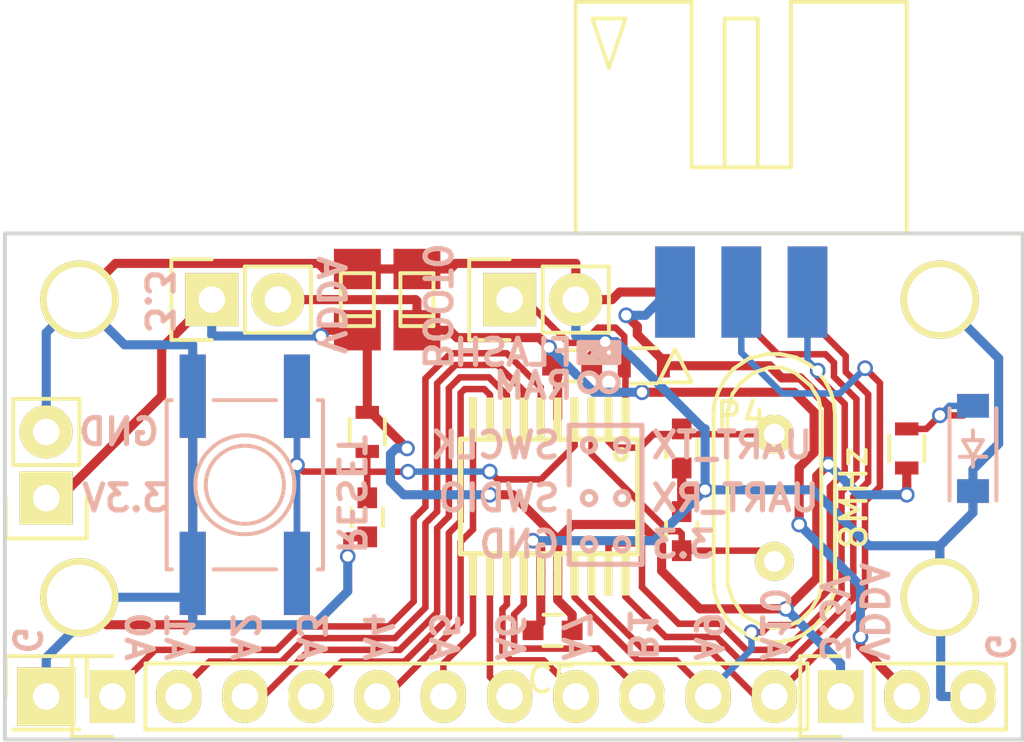
<source format=kicad_pcb>
(kicad_pcb (version 20171130) (host pcbnew "(5.1.12)-1")

  (general
    (thickness 1.6)
    (drawings 56)
    (tracks 384)
    (zones 0)
    (modules 27)
    (nets 22)
  )

  (page A4)
  (layers
    (0 F.Cu signal)
    (31 B.Cu signal)
    (32 B.Adhes user hide)
    (33 F.Adhes user hide)
    (34 B.Paste user hide)
    (35 F.Paste user hide)
    (36 B.SilkS user hide)
    (37 F.SilkS user hide)
    (38 B.Mask user hide)
    (39 F.Mask user hide)
    (40 Dwgs.User user hide)
    (41 Cmts.User user hide)
    (42 Eco1.User user hide)
    (43 Eco2.User user hide)
    (44 Edge.Cuts user)
    (45 Margin user hide)
    (46 B.CrtYd user hide)
    (47 F.CrtYd user hide)
    (48 B.Fab user hide)
    (49 F.Fab user hide)
  )

  (setup
    (last_trace_width 0.25)
    (trace_clearance 0.2)
    (zone_clearance 0.4)
    (zone_45_only no)
    (trace_min 0.2)
    (via_size 0.6)
    (via_drill 0.4)
    (via_min_size 0.4)
    (via_min_drill 0.3)
    (uvia_size 0.3)
    (uvia_drill 0.1)
    (uvias_allowed no)
    (uvia_min_size 0.2)
    (uvia_min_drill 0.1)
    (edge_width 0.15)
    (segment_width 0.2)
    (pcb_text_width 0.3)
    (pcb_text_size 1.5 1.5)
    (mod_edge_width 0.15)
    (mod_text_size 1 1)
    (mod_text_width 0.15)
    (pad_size 1.524 1.524)
    (pad_drill 0.762)
    (pad_to_mask_clearance 0.2)
    (aux_axis_origin 0 0)
    (visible_elements 7FFFFFFF)
    (pcbplotparams
      (layerselection 0x010f0_ffffffff)
      (usegerberextensions false)
      (usegerberattributes true)
      (usegerberadvancedattributes true)
      (creategerberjobfile true)
      (excludeedgelayer true)
      (linewidth 0.100000)
      (plotframeref false)
      (viasonmask false)
      (mode 1)
      (useauxorigin false)
      (hpglpennumber 1)
      (hpglpenspeed 20)
      (hpglpendiameter 15.000000)
      (psnegative false)
      (psa4output false)
      (plotreference true)
      (plotvalue true)
      (plotinvisibletext false)
      (padsonsilk false)
      (subtractmaskfromsilk false)
      (outputformat 1)
      (mirror false)
      (drillshape 0)
      (scaleselection 1)
      (outputdirectory "gerbers/"))
  )

  (net 0 "")
  (net 1 /OSC_IN)
  (net 2 GND)
  (net 3 /OSC_OUT)
  (net 4 /NRST)
  (net 5 +3V3)
  (net 6 VAA)
  (net 7 /PA0)
  (net 8 /PA1)
  (net 9 /PA2)
  (net 10 /PA3)
  (net 11 /PA4)
  (net 12 /PA5)
  (net 13 /PA6)
  (net 14 /PA7)
  (net 15 /PB1)
  (net 16 /PA9_TX)
  (net 17 /PA10_RX)
  (net 18 /PA13_SWDIO)
  (net 19 /PA14_SWCLK)
  (net 20 /BOOT0)
  (net 21 "Net-(D1-Pad2)")

  (net_class Default "This is the default net class."
    (clearance 0.2)
    (trace_width 0.25)
    (via_dia 0.6)
    (via_drill 0.4)
    (uvia_dia 0.3)
    (uvia_drill 0.1)
    (add_net /BOOT0)
    (add_net /NRST)
    (add_net /OSC_IN)
    (add_net /OSC_OUT)
    (add_net /PA0)
    (add_net /PA1)
    (add_net /PA10_RX)
    (add_net /PA13_SWDIO)
    (add_net /PA14_SWCLK)
    (add_net /PA2)
    (add_net /PA3)
    (add_net /PA4)
    (add_net /PA5)
    (add_net /PA6)
    (add_net /PA7)
    (add_net /PA9_TX)
    (add_net /PB1)
    (add_net "Net-(D1-Pad2)")
  )

  (net_class power ""
    (clearance 0.2)
    (trace_width 0.35)
    (via_dia 0.6)
    (via_drill 0.4)
    (uvia_dia 0.3)
    (uvia_drill 0.1)
    (add_net +3V3)
    (add_net GND)
    (add_net VAA)
  )

  (module Resistors_SMD:R_0603 (layer F.Cu) (tedit 561EBF16) (tstamp 561EABE5)
    (at 138.5 106.68 180)
    (descr "Resistor SMD 0603, reflow soldering, Vishay (see dcrcw.pdf)")
    (tags "resistor 0603")
    (path /561DC346)
    (attr smd)
    (fp_text reference R1 (at 0 -1.9 180) (layer F.SilkS) hide
      (effects (font (size 1 1) (thickness 0.15)))
    )
    (fp_text value 4.7k (at 0 1.9 180) (layer F.Fab) hide
      (effects (font (size 1 1) (thickness 0.15)))
    )
    (fp_line (start -0.5 -0.675) (end 0.5 -0.675) (layer F.SilkS) (width 0.15))
    (fp_line (start 0.5 0.675) (end -0.5 0.675) (layer F.SilkS) (width 0.15))
    (fp_line (start 1.3 -0.8) (end 1.3 0.8) (layer F.CrtYd) (width 0.05))
    (fp_line (start -1.3 -0.8) (end -1.3 0.8) (layer F.CrtYd) (width 0.05))
    (fp_line (start -1.3 0.8) (end 1.3 0.8) (layer F.CrtYd) (width 0.05))
    (fp_line (start -1.3 -0.8) (end 1.3 -0.8) (layer F.CrtYd) (width 0.05))
    (pad 1 smd rect (at -0.75 0 180) (size 0.5 0.9) (layers F.Cu F.Paste F.Mask)
      (net 5 +3V3))
    (pad 2 smd rect (at 0.75 0 180) (size 0.5 0.9) (layers F.Cu F.Paste F.Mask)
      (net 20 /BOOT0))
    (model Resistors_SMD.3dshapes/R_0603.wrl
      (at (xyz 0 0 0))
      (scale (xyz 1 1 1))
      (rotate (xyz 0 0 0))
    )
  )

  (module tssop:tssop20 (layer F.Cu) (tedit 56DF3B3E) (tstamp 561EAC0B)
    (at 134.87 111.7 270)
    (path /561D71BF)
    (solder_mask_margin 0.0762)
    (solder_paste_margin -0.0254)
    (attr smd)
    (fp_text reference U1 (at 0 4.5 270) (layer F.SilkS) hide
      (effects (font (size 0.762 0.762) (thickness 0.1524)))
    )
    (fp_text value stm32f030f4p6 (at 0 -4.2 270) (layer F.SilkS) hide
      (effects (font (size 0.762 0.762) (thickness 0.1524)))
    )
    (fp_line (start 2.2 -3.4) (end -2.2 -3.4) (layer F.SilkS) (width 0.2032))
    (fp_line (start 2.2 3.4) (end 2.2 -3.4) (layer F.SilkS) (width 0.2032))
    (fp_line (start -2.2 3.4) (end 2.2 3.4) (layer F.SilkS) (width 0.2032))
    (fp_line (start -2.2 -3.4) (end -2.2 3.4) (layer F.SilkS) (width 0.2032))
    (fp_circle (center -1.6 -2.75) (end -1.4 -2.75) (layer F.SilkS) (width 0.2032))
    (pad 19 smd rect (at 3 -2.275 270) (size 1.6 0.3) (layers F.Cu F.Paste F.SilkS F.Mask)
      (net 18 /PA13_SWDIO))
    (pad 20 smd rect (at 3 -2.925 270) (size 1.6 0.3) (layers F.Cu F.Paste F.SilkS F.Mask)
      (net 19 /PA14_SWCLK))
    (pad 18 smd rect (at 3 -1.625 270) (size 1.6 0.3) (layers F.Cu F.Paste F.SilkS F.Mask)
      (net 17 /PA10_RX))
    (pad 17 smd rect (at 3 -0.975 270) (size 1.6 0.3) (layers F.Cu F.Paste F.SilkS F.Mask)
      (net 16 /PA9_TX))
    (pad 16 smd rect (at 3 -0.325 270) (size 1.6 0.3) (layers F.Cu F.Paste F.SilkS F.Mask)
      (net 5 +3V3))
    (pad 15 smd rect (at 3 0.325 270) (size 1.6 0.3) (layers F.Cu F.Paste F.SilkS F.Mask)
      (net 2 GND))
    (pad 14 smd rect (at 3 0.975 270) (size 1.6 0.3) (layers F.Cu F.Paste F.SilkS F.Mask)
      (net 15 /PB1))
    (pad 13 smd rect (at 3 1.625 270) (size 1.6 0.3) (layers F.Cu F.Paste F.SilkS F.Mask)
      (net 14 /PA7))
    (pad 10 smd rect (at -3 2.925 270) (size 1.6 0.3) (layers F.Cu F.Paste F.SilkS F.Mask)
      (net 11 /PA4))
    (pad 9 smd rect (at -3 2.275 270) (size 1.6 0.3) (layers F.Cu F.Paste F.SilkS F.Mask)
      (net 10 /PA3))
    (pad 8 smd rect (at -3 1.625 270) (size 1.6 0.3) (layers F.Cu F.Paste F.SilkS F.Mask)
      (net 9 /PA2))
    (pad 7 smd rect (at -3 0.975 270) (size 1.6 0.3) (layers F.Cu F.Paste F.SilkS F.Mask)
      (net 8 /PA1))
    (pad 1 smd rect (at -3 -2.925 270) (size 1.6 0.3) (layers F.Cu F.Paste F.SilkS F.Mask)
      (net 20 /BOOT0))
    (pad 2 smd rect (at -3 -2.275 270) (size 1.6 0.3) (layers F.Cu F.Paste F.SilkS F.Mask)
      (net 1 /OSC_IN))
    (pad 3 smd rect (at -3 -1.625 270) (size 1.6 0.3) (layers F.Cu F.Paste F.SilkS F.Mask)
      (net 3 /OSC_OUT))
    (pad 4 smd rect (at -3 -0.975 270) (size 1.6 0.3) (layers F.Cu F.Paste F.SilkS F.Mask)
      (net 4 /NRST))
    (pad 5 smd rect (at -3 -0.325 270) (size 1.6 0.3) (layers F.Cu F.Paste F.SilkS F.Mask)
      (net 6 VAA))
    (pad 6 smd rect (at -3 0.325 270) (size 1.6 0.3) (layers F.Cu F.Paste F.SilkS F.Mask)
      (net 7 /PA0))
    (pad 12 smd rect (at 3 2.275 270) (size 1.6 0.3) (layers F.Cu F.Paste F.SilkS F.Mask)
      (net 13 /PA6))
    (pad 11 smd rect (at 3 2.925 270) (size 1.6 0.3) (layers F.Cu F.Paste F.SilkS F.Mask)
      (net 12 /PA5))
  )

  (module mechanics:hole_2.5mm (layer F.Cu) (tedit 56A2AC9D) (tstamp 569A545C)
    (at 149.86 104.14)
    (path /561D9808)
    (fp_text reference H3 (at 0 -3) (layer F.SilkS) hide
      (effects (font (size 1.524 1.524) (thickness 0.15)))
    )
    (fp_text value HOLE (at 0 3) (layer F.SilkS) hide
      (effects (font (size 1.524 1.524) (thickness 0.15)))
    )
    (pad 1 thru_hole circle (at 0 0) (size 3 3) (drill 2.5) (layers *.Cu *.Mask F.SilkS)
      (net 2 GND) (solder_mask_margin 1) (clearance 1))
  )

  (module mechanics:hole_2.5mm (layer F.Cu) (tedit 56A2AC9D) (tstamp 569A53FB)
    (at 116.84 104.14)
    (path /561D9694)
    (fp_text reference H1 (at 0 -3) (layer F.SilkS) hide
      (effects (font (size 1.524 1.524) (thickness 0.15)))
    )
    (fp_text value HOLE (at 0 3) (layer F.SilkS) hide
      (effects (font (size 1.524 1.524) (thickness 0.15)))
    )
    (pad 1 thru_hole circle (at 0 0) (size 3 3) (drill 2.5) (layers *.Cu *.Mask F.SilkS)
      (net 2 GND) (solder_mask_margin 1) (clearance 1))
  )

  (module Crystals:Crystal_HC49-U_Vertical (layer F.Cu) (tedit 56A2B4F6) (tstamp 561FFB5E)
    (at 143.51 111.75 270)
    (descr "Crystal, Quarz, HC49/U, vertical, stehend,")
    (tags "Crystal, Quarz, HC49/U, vertical, stehend,")
    (path /561D98E2)
    (fp_text reference Y1 (at 0 -3.81 270) (layer F.SilkS) hide
      (effects (font (size 1 1) (thickness 0.15)))
    )
    (fp_text value 8MHz (at 0 -3.048 270) (layer F.SilkS)
      (effects (font (size 1 1) (thickness 0.15)))
    )
    (fp_line (start -3.2004 -2.32918) (end 3.2512 -2.32918) (layer F.SilkS) (width 0.15))
    (fp_line (start 3.6703 2.29108) (end 4.16052 2.1209) (layer F.SilkS) (width 0.15))
    (fp_line (start 3.2512 2.32918) (end 3.6703 2.29108) (layer F.SilkS) (width 0.15))
    (fp_line (start -3.2004 2.32918) (end 3.2512 2.32918) (layer F.SilkS) (width 0.15))
    (fp_line (start 3.73126 -2.2606) (end 3.2893 -2.32918) (layer F.SilkS) (width 0.15))
    (fp_line (start 4.16052 -2.1209) (end 3.73126 -2.2606) (layer F.SilkS) (width 0.15))
    (fp_line (start 4.54914 -1.88976) (end 4.16052 -2.1209) (layer F.SilkS) (width 0.15))
    (fp_line (start 4.89966 -1.56972) (end 4.54914 -1.88976) (layer F.SilkS) (width 0.15))
    (fp_line (start 5.26034 -1.09982) (end 4.89966 -1.56972) (layer F.SilkS) (width 0.15))
    (fp_line (start 5.45084 -0.65024) (end 5.26034 -1.09982) (layer F.SilkS) (width 0.15))
    (fp_line (start 5.53974 -0.1905) (end 5.45084 -0.65024) (layer F.SilkS) (width 0.15))
    (fp_line (start 5.51942 0.26924) (end 5.53974 -0.1905) (layer F.SilkS) (width 0.15))
    (fp_line (start 5.4102 0.73914) (end 5.51942 0.26924) (layer F.SilkS) (width 0.15))
    (fp_line (start 5.11048 1.29032) (end 5.4102 0.73914) (layer F.SilkS) (width 0.15))
    (fp_line (start 4.85902 1.62052) (end 5.11048 1.29032) (layer F.SilkS) (width 0.15))
    (fp_line (start 4.53898 1.89992) (end 4.85902 1.62052) (layer F.SilkS) (width 0.15))
    (fp_line (start 4.16052 2.1209) (end 4.53898 1.89992) (layer F.SilkS) (width 0.15))
    (fp_line (start -3.6195 2.30886) (end -3.18008 2.33934) (layer F.SilkS) (width 0.15))
    (fp_line (start -4.06908 2.14884) (end -3.6195 2.30886) (layer F.SilkS) (width 0.15))
    (fp_line (start -4.49072 1.94056) (end -4.06908 2.14884) (layer F.SilkS) (width 0.15))
    (fp_line (start -4.95046 1.56972) (end -4.49072 1.94056) (layer F.SilkS) (width 0.15))
    (fp_line (start -5.34924 0.98044) (end -4.95046 1.56972) (layer F.SilkS) (width 0.15))
    (fp_line (start -5.51942 0.2794) (end -5.34924 0.98044) (layer F.SilkS) (width 0.15))
    (fp_line (start -5.51942 -0.23114) (end -5.51942 0.2794) (layer F.SilkS) (width 0.15))
    (fp_line (start -5.38988 -0.83058) (end -5.51942 -0.23114) (layer F.SilkS) (width 0.15))
    (fp_line (start -5.10032 -1.36906) (end -5.38988 -0.83058) (layer F.SilkS) (width 0.15))
    (fp_line (start -4.77012 -1.71958) (end -5.10032 -1.36906) (layer F.SilkS) (width 0.15))
    (fp_line (start -4.48056 -1.95072) (end -4.77012 -1.71958) (layer F.SilkS) (width 0.15))
    (fp_line (start -4.04876 -2.16916) (end -4.48056 -1.95072) (layer F.SilkS) (width 0.15))
    (fp_line (start -3.64998 -2.28092) (end -4.04876 -2.16916) (layer F.SilkS) (width 0.15))
    (fp_line (start -3.19024 -2.32918) (end -3.64998 -2.28092) (layer F.SilkS) (width 0.15))
    (fp_line (start 4.30022 -1.39954) (end 4.8006 -0.89916) (layer F.SilkS) (width 0.15))
    (fp_line (start 3.79984 -1.69926) (end 4.30022 -1.39954) (layer F.SilkS) (width 0.15))
    (fp_line (start 3.40106 -1.80086) (end 3.79984 -1.69926) (layer F.SilkS) (width 0.15))
    (fp_line (start -3.2004 -1.80086) (end 3.40106 -1.80086) (layer F.SilkS) (width 0.15))
    (fp_line (start -3.79984 -1.69926) (end -3.29946 -1.80086) (layer F.SilkS) (width 0.15))
    (fp_line (start -4.30022 -1.39954) (end -3.79984 -1.69926) (layer F.SilkS) (width 0.15))
    (fp_line (start -4.8006 -0.8001) (end -4.30022 -1.39954) (layer F.SilkS) (width 0.15))
    (fp_line (start -5.00126 -0.29972) (end -4.8006 -0.8001) (layer F.SilkS) (width 0.15))
    (fp_line (start -5.00126 0.20066) (end -5.00126 -0.29972) (layer F.SilkS) (width 0.15))
    (fp_line (start -4.8006 0.8001) (end -5.00126 0.20066) (layer F.SilkS) (width 0.15))
    (fp_line (start -4.39928 1.30048) (end -4.8006 0.8001) (layer F.SilkS) (width 0.15))
    (fp_line (start -4.0005 1.6002) (end -4.39928 1.30048) (layer F.SilkS) (width 0.15))
    (fp_line (start -3.29946 1.80086) (end -4.0005 1.6002) (layer F.SilkS) (width 0.15))
    (fp_line (start 3.29946 1.80086) (end -3.29946 1.80086) (layer F.SilkS) (width 0.15))
    (fp_line (start 3.8989 1.6002) (end 3.29946 1.80086) (layer F.SilkS) (width 0.15))
    (fp_line (start 4.50088 1.19888) (end 3.8989 1.6002) (layer F.SilkS) (width 0.15))
    (fp_line (start 4.89966 0.50038) (end 4.50088 1.19888) (layer F.SilkS) (width 0.15))
    (fp_line (start 5.00126 0) (end 4.89966 0.50038) (layer F.SilkS) (width 0.15))
    (fp_line (start 4.89966 -0.59944) (end 5.00126 0) (layer F.SilkS) (width 0.15))
    (fp_line (start 4.699 -1.00076) (end 4.89966 -0.59944) (layer F.SilkS) (width 0.15))
    (pad 1 thru_hole circle (at -2.44094 0 270) (size 1.50114 1.50114) (drill 0.8001) (layers *.Cu *.Mask F.SilkS)
      (net 1 /OSC_IN))
    (pad 2 thru_hole circle (at 2.44094 0 270) (size 1.50114 1.50114) (drill 0.8001) (layers *.Cu *.Mask F.SilkS)
      (net 3 /OSC_OUT))
  )

  (module Buttons_Switches_SMD:SW_SPST_EVQQ2 (layer F.Cu) (tedit 569ABAD2) (tstamp 569ABA38)
    (at 123.19 111.25 90)
    (descr "Light Touch Switch")
    (path /561DC92C)
    (attr smd)
    (fp_text reference SW1 (at -1 -4 90) (layer F.SilkS) hide
      (effects (font (size 1 1) (thickness 0.15)))
    )
    (fp_text value SW_PUSH (at 0 0 90) (layer F.Fab) hide
      (effects (font (size 1 1) (thickness 0.15)))
    )
    (fp_circle (center 0 0) (end 1.5 0) (layer F.SilkS) (width 0.15))
    (fp_circle (center 0 0) (end 1.9 0) (layer F.SilkS) (width 0.15))
    (fp_line (start -3.25 3) (end 3.25 3) (layer F.SilkS) (width 0.15))
    (fp_line (start 3.25 -3) (end -3.25 -3) (layer F.SilkS) (width 0.15))
    (fp_line (start 3.25 -1.2) (end 3.25 1.2) (layer F.SilkS) (width 0.15))
    (fp_line (start -3.25 -1.2) (end -3.25 1.2) (layer F.SilkS) (width 0.15))
    (fp_line (start -3.25 -3) (end -3.25 -2.8) (layer F.SilkS) (width 0.15))
    (fp_line (start -3.25 3) (end -3.25 2.8) (layer F.SilkS) (width 0.15))
    (fp_line (start 3.25 3) (end 3.25 2.8) (layer F.SilkS) (width 0.15))
    (fp_line (start 3.25 -3) (end 3.25 -2.8) (layer F.SilkS) (width 0.15))
    (fp_line (start -5.25 3.25) (end -5.25 -3.25) (layer F.CrtYd) (width 0.05))
    (fp_line (start 5.25 3.25) (end -5.25 3.25) (layer F.CrtYd) (width 0.05))
    (fp_line (start 5.25 -3.25) (end 5.25 3.25) (layer F.CrtYd) (width 0.05))
    (fp_line (start -5.25 -3.25) (end 5.25 -3.25) (layer F.CrtYd) (width 0.05))
    (pad 1 smd rect (at 3.4 -2 90) (size 3.2 1) (layers F.Cu F.Paste F.Mask)
      (net 2 GND))
    (pad 1 smd rect (at -3.4 -2 90) (size 3.2 1) (layers F.Cu F.Paste F.Mask)
      (net 2 GND))
    (pad 2 smd rect (at -3.4 2 90) (size 3.2 1) (layers F.Cu F.Paste F.Mask)
      (net 4 /NRST))
    (pad 2 smd rect (at 3.4 2 90) (size 3.2 1) (layers F.Cu F.Paste F.Mask)
      (net 4 /NRST))
  )

  (module Pin_Headers:Pin_Header_Straight_1x02 (layer F.Cu) (tedit 561FF8D8) (tstamp 561EABA6)
    (at 121.92 104.14 90)
    (descr "Through hole pin header")
    (tags "pin header")
    (path /561D80CB)
    (fp_text reference P1 (at 0 -5.1 90) (layer F.SilkS) hide
      (effects (font (size 1 1) (thickness 0.15)))
    )
    (fp_text value CONN_01X02 (at 0 -3.1 90) (layer F.Fab) hide
      (effects (font (size 1 1) (thickness 0.15)))
    )
    (fp_line (start -1.27 3.81) (end 1.27 3.81) (layer F.SilkS) (width 0.15))
    (fp_line (start -1.27 1.27) (end -1.27 3.81) (layer F.SilkS) (width 0.15))
    (fp_line (start -1.55 -1.55) (end 1.55 -1.55) (layer F.SilkS) (width 0.15))
    (fp_line (start -1.55 0) (end -1.55 -1.55) (layer F.SilkS) (width 0.15))
    (fp_line (start 1.27 1.27) (end -1.27 1.27) (layer F.SilkS) (width 0.15))
    (fp_line (start -1.75 4.3) (end 1.75 4.3) (layer F.CrtYd) (width 0.05))
    (fp_line (start -1.75 -1.75) (end 1.75 -1.75) (layer F.CrtYd) (width 0.05))
    (fp_line (start 1.75 -1.75) (end 1.75 4.3) (layer F.CrtYd) (width 0.05))
    (fp_line (start -1.75 -1.75) (end -1.75 4.3) (layer F.CrtYd) (width 0.05))
    (fp_line (start 1.55 -1.55) (end 1.55 0) (layer F.SilkS) (width 0.15))
    (fp_line (start 1.27 1.27) (end 1.27 3.81) (layer F.SilkS) (width 0.15))
    (pad 1 thru_hole rect (at 0 0 90) (size 2.032 2.032) (drill 1.016) (layers *.Cu *.Mask F.SilkS)
      (net 5 +3V3))
    (pad 2 thru_hole oval (at 0 2.54 90) (size 2.032 2.032) (drill 1.016) (layers *.Cu *.Mask F.SilkS)
      (net 6 VAA))
    (model Pin_Headers.3dshapes/Pin_Header_Straight_1x02.wrl
      (offset (xyz 0 -1.269999980926514 0))
      (scale (xyz 1 1 1))
      (rotate (xyz 0 0 90))
    )
  )

  (module Pin_Headers:Pin_Header_Straight_1x02 (layer F.Cu) (tedit 561FF8E3) (tstamp 561EABC2)
    (at 133.35 104.14 90)
    (descr "Through hole pin header")
    (tags "pin header")
    (path /561DC234)
    (fp_text reference P_BOOT0 (at -2.64 1.7 180) (layer F.SilkS) hide
      (effects (font (size 1 1) (thickness 0.15)))
    )
    (fp_text value CONN_01X02 (at 0 -3.1 90) (layer F.Fab) hide
      (effects (font (size 1 1) (thickness 0.15)))
    )
    (fp_line (start -1.27 3.81) (end 1.27 3.81) (layer F.SilkS) (width 0.15))
    (fp_line (start -1.27 1.27) (end -1.27 3.81) (layer F.SilkS) (width 0.15))
    (fp_line (start -1.55 -1.55) (end 1.55 -1.55) (layer F.SilkS) (width 0.15))
    (fp_line (start -1.55 0) (end -1.55 -1.55) (layer F.SilkS) (width 0.15))
    (fp_line (start 1.27 1.27) (end -1.27 1.27) (layer F.SilkS) (width 0.15))
    (fp_line (start -1.75 4.3) (end 1.75 4.3) (layer F.CrtYd) (width 0.05))
    (fp_line (start -1.75 -1.75) (end 1.75 -1.75) (layer F.CrtYd) (width 0.05))
    (fp_line (start 1.75 -1.75) (end 1.75 4.3) (layer F.CrtYd) (width 0.05))
    (fp_line (start -1.75 -1.75) (end -1.75 4.3) (layer F.CrtYd) (width 0.05))
    (fp_line (start 1.55 -1.55) (end 1.55 0) (layer F.SilkS) (width 0.15))
    (fp_line (start 1.27 1.27) (end 1.27 3.81) (layer F.SilkS) (width 0.15))
    (pad 1 thru_hole rect (at 0 0 90) (size 2.032 2.032) (drill 1.016) (layers *.Cu *.Mask F.SilkS)
      (net 20 /BOOT0))
    (pad 2 thru_hole oval (at 0 2.54 90) (size 2.032 2.032) (drill 1.016) (layers *.Cu *.Mask F.SilkS)
      (net 2 GND))
    (model Pin_Headers.3dshapes/Pin_Header_Straight_1x02.wrl
      (offset (xyz 0 -1.269999980926514 0))
      (scale (xyz 1 1 1))
      (rotate (xyz 0 0 90))
    )
  )

  (module Pin_Headers:Pin_Header_Straight_1x02 (layer F.Cu) (tedit 561FF8DC) (tstamp 561EABC8)
    (at 115.57 111.76 180)
    (descr "Through hole pin header")
    (tags "pin header")
    (path /561D733D)
    (fp_text reference P_POWER1 (at 0 -5.1 180) (layer F.SilkS) hide
      (effects (font (size 1 1) (thickness 0.15)))
    )
    (fp_text value CONN_01X02 (at 0 -3.1 180) (layer F.Fab) hide
      (effects (font (size 1 1) (thickness 0.15)))
    )
    (fp_line (start -1.27 3.81) (end 1.27 3.81) (layer F.SilkS) (width 0.15))
    (fp_line (start -1.27 1.27) (end -1.27 3.81) (layer F.SilkS) (width 0.15))
    (fp_line (start -1.55 -1.55) (end 1.55 -1.55) (layer F.SilkS) (width 0.15))
    (fp_line (start -1.55 0) (end -1.55 -1.55) (layer F.SilkS) (width 0.15))
    (fp_line (start 1.27 1.27) (end -1.27 1.27) (layer F.SilkS) (width 0.15))
    (fp_line (start -1.75 4.3) (end 1.75 4.3) (layer F.CrtYd) (width 0.05))
    (fp_line (start -1.75 -1.75) (end 1.75 -1.75) (layer F.CrtYd) (width 0.05))
    (fp_line (start 1.75 -1.75) (end 1.75 4.3) (layer F.CrtYd) (width 0.05))
    (fp_line (start -1.75 -1.75) (end -1.75 4.3) (layer F.CrtYd) (width 0.05))
    (fp_line (start 1.55 -1.55) (end 1.55 0) (layer F.SilkS) (width 0.15))
    (fp_line (start 1.27 1.27) (end 1.27 3.81) (layer F.SilkS) (width 0.15))
    (pad 1 thru_hole rect (at 0 0 180) (size 2.032 2.032) (drill 1.016) (layers *.Cu *.Mask F.SilkS)
      (net 5 +3V3))
    (pad 2 thru_hole oval (at 0 2.54 180) (size 2.032 2.032) (drill 1.016) (layers *.Cu *.Mask F.SilkS)
      (net 2 GND))
    (model Pin_Headers.3dshapes/Pin_Header_Straight_1x02.wrl
      (offset (xyz 0 -1.269999980926514 0))
      (scale (xyz 1 1 1))
      (rotate (xyz 0 0 90))
    )
  )

  (module Resistors_SMD:R_0603 (layer F.Cu) (tedit 561EBDB3) (tstamp 561EABEB)
    (at 127.889 109.22 270)
    (descr "Resistor SMD 0603, reflow soldering, Vishay (see dcrcw.pdf)")
    (tags "resistor 0603")
    (path /561DBC5E)
    (attr smd)
    (fp_text reference R2 (at 0 -1.9 270) (layer F.SilkS) hide
      (effects (font (size 1 1) (thickness 0.15)))
    )
    (fp_text value 4.7k (at 0 1.9 270) (layer F.Fab) hide
      (effects (font (size 1 1) (thickness 0.15)))
    )
    (fp_line (start -0.5 -0.675) (end 0.5 -0.675) (layer F.SilkS) (width 0.15))
    (fp_line (start 0.5 0.675) (end -0.5 0.675) (layer F.SilkS) (width 0.15))
    (fp_line (start 1.3 -0.8) (end 1.3 0.8) (layer F.CrtYd) (width 0.05))
    (fp_line (start -1.3 -0.8) (end -1.3 0.8) (layer F.CrtYd) (width 0.05))
    (fp_line (start -1.3 0.8) (end 1.3 0.8) (layer F.CrtYd) (width 0.05))
    (fp_line (start -1.3 -0.8) (end 1.3 -0.8) (layer F.CrtYd) (width 0.05))
    (pad 1 smd rect (at -0.75 0 270) (size 0.5 0.9) (layers F.Cu F.Paste F.Mask)
      (net 5 +3V3))
    (pad 2 smd rect (at 0.75 0 270) (size 0.5 0.9) (layers F.Cu F.Paste F.Mask)
      (net 4 /NRST))
    (model Resistors_SMD.3dshapes/R_0603.wrl
      (at (xyz 0 0 0))
      (scale (xyz 1 1 1))
      (rotate (xyz 0 0 0))
    )
  )

  (module Capacitors_SMD:C_0603 (layer F.Cu) (tedit 561EBAE0) (tstamp 561EAB94)
    (at 139.954 109.855 270)
    (descr "Capacitor SMD 0603, reflow soldering, AVX (see smccp.pdf)")
    (tags "capacitor 0603")
    (path /561D9A0C)
    (attr smd)
    (fp_text reference C1 (at 0 -1.9 270) (layer F.SilkS) hide
      (effects (font (size 1 1) (thickness 0.15)))
    )
    (fp_text value 20pF (at 0 1.9 270) (layer F.Fab) hide
      (effects (font (size 1 1) (thickness 0.15)))
    )
    (fp_line (start 0.35 0.6) (end -0.35 0.6) (layer F.SilkS) (width 0.15))
    (fp_line (start -0.35 -0.6) (end 0.35 -0.6) (layer F.SilkS) (width 0.15))
    (fp_line (start 1.45 -0.75) (end 1.45 0.75) (layer F.CrtYd) (width 0.05))
    (fp_line (start -1.45 -0.75) (end -1.45 0.75) (layer F.CrtYd) (width 0.05))
    (fp_line (start -1.45 0.75) (end 1.45 0.75) (layer F.CrtYd) (width 0.05))
    (fp_line (start -1.45 -0.75) (end 1.45 -0.75) (layer F.CrtYd) (width 0.05))
    (pad 1 smd rect (at -0.75 0 270) (size 0.8 0.75) (layers F.Cu F.Paste F.Mask)
      (net 1 /OSC_IN))
    (pad 2 smd rect (at 0.75 0 270) (size 0.8 0.75) (layers F.Cu F.Paste F.Mask)
      (net 2 GND))
    (model Capacitors_SMD.3dshapes/C_0603.wrl
      (at (xyz 0 0 0))
      (scale (xyz 1 1 1))
      (rotate (xyz 0 0 0))
    )
  )

  (module Capacitors_SMD:C_0603 (layer F.Cu) (tedit 561EBAE8) (tstamp 561EAB9A)
    (at 139.954 113.03 90)
    (descr "Capacitor SMD 0603, reflow soldering, AVX (see smccp.pdf)")
    (tags "capacitor 0603")
    (path /561D9999)
    (attr smd)
    (fp_text reference C2 (at 0 -1.9 90) (layer F.SilkS) hide
      (effects (font (size 1 1) (thickness 0.15)))
    )
    (fp_text value 20pF (at 0 1.9 90) (layer F.Fab) hide
      (effects (font (size 1 1) (thickness 0.15)))
    )
    (fp_line (start 0.35 0.6) (end -0.35 0.6) (layer F.SilkS) (width 0.15))
    (fp_line (start -0.35 -0.6) (end 0.35 -0.6) (layer F.SilkS) (width 0.15))
    (fp_line (start 1.45 -0.75) (end 1.45 0.75) (layer F.CrtYd) (width 0.05))
    (fp_line (start -1.45 -0.75) (end -1.45 0.75) (layer F.CrtYd) (width 0.05))
    (fp_line (start -1.45 0.75) (end 1.45 0.75) (layer F.CrtYd) (width 0.05))
    (fp_line (start -1.45 -0.75) (end 1.45 -0.75) (layer F.CrtYd) (width 0.05))
    (pad 1 smd rect (at -0.75 0 90) (size 0.8 0.75) (layers F.Cu F.Paste F.Mask)
      (net 3 /OSC_OUT))
    (pad 2 smd rect (at 0.75 0 90) (size 0.8 0.75) (layers F.Cu F.Paste F.Mask)
      (net 2 GND))
    (model Capacitors_SMD.3dshapes/C_0603.wrl
      (at (xyz 0 0 0))
      (scale (xyz 1 1 1))
      (rotate (xyz 0 0 0))
    )
  )

  (module Capacitors_SMD:C_0603 (layer F.Cu) (tedit 561EC50C) (tstamp 561EABA0)
    (at 127.889 112.5 270)
    (descr "Capacitor SMD 0603, reflow soldering, AVX (see smccp.pdf)")
    (tags "capacitor 0603")
    (path /561D9AC7)
    (attr smd)
    (fp_text reference C3 (at 0 -1.9 270) (layer F.SilkS) hide
      (effects (font (size 1 1) (thickness 0.15)))
    )
    (fp_text value 20pF (at 0 1.9 270) (layer F.Fab) hide
      (effects (font (size 1 1) (thickness 0.15)))
    )
    (fp_line (start 0.35 0.6) (end -0.35 0.6) (layer F.SilkS) (width 0.15))
    (fp_line (start -0.35 -0.6) (end 0.35 -0.6) (layer F.SilkS) (width 0.15))
    (fp_line (start 1.45 -0.75) (end 1.45 0.75) (layer F.CrtYd) (width 0.05))
    (fp_line (start -1.45 -0.75) (end -1.45 0.75) (layer F.CrtYd) (width 0.05))
    (fp_line (start -1.45 0.75) (end 1.45 0.75) (layer F.CrtYd) (width 0.05))
    (fp_line (start -1.45 -0.75) (end 1.45 -0.75) (layer F.CrtYd) (width 0.05))
    (pad 1 smd rect (at -0.75 0 270) (size 0.8 0.75) (layers F.Cu F.Paste F.Mask)
      (net 4 /NRST))
    (pad 2 smd rect (at 0.75 0 270) (size 0.8 0.75) (layers F.Cu F.Paste F.Mask)
      (net 2 GND))
    (model Capacitors_SMD.3dshapes/C_0603.wrl
      (at (xyz 0 0 0))
      (scale (xyz 1 1 1))
      (rotate (xyz 0 0 0))
    )
  )

  (module Pin_Headers:Pin_Header_Straight_1x01 (layer F.Cu) (tedit 561FF8D2) (tstamp 561EABBC)
    (at 115.57 119.38)
    (descr "Through hole pin header")
    (tags "pin header")
    (path /561D7710)
    (fp_text reference P3 (at 0 -5.1) (layer F.SilkS) hide
      (effects (font (size 1 1) (thickness 0.15)))
    )
    (fp_text value CONN_01X01 (at 0 -3.1) (layer F.Fab) hide
      (effects (font (size 1 1) (thickness 0.15)))
    )
    (fp_line (start -1.27 1.27) (end 1.27 1.27) (layer F.SilkS) (width 0.15))
    (fp_line (start -1.55 -1.55) (end 1.55 -1.55) (layer F.SilkS) (width 0.15))
    (fp_line (start -1.55 0) (end -1.55 -1.55) (layer F.SilkS) (width 0.15))
    (fp_line (start -1.75 1.75) (end 1.75 1.75) (layer F.CrtYd) (width 0.05))
    (fp_line (start -1.75 -1.75) (end 1.75 -1.75) (layer F.CrtYd) (width 0.05))
    (fp_line (start 1.75 -1.75) (end 1.75 1.75) (layer F.CrtYd) (width 0.05))
    (fp_line (start -1.75 -1.75) (end -1.75 1.75) (layer F.CrtYd) (width 0.05))
    (fp_line (start 1.55 -1.55) (end 1.55 0) (layer F.SilkS) (width 0.15))
    (pad 1 thru_hole rect (at 0 0) (size 2.2352 2.2352) (drill 1.016) (layers *.Cu *.Mask F.SilkS)
      (net 2 GND))
    (model Pin_Headers.3dshapes/Pin_Header_Straight_1x01.wrl
      (at (xyz 0 0 0))
      (scale (xyz 1 1 1))
      (rotate (xyz 0 0 90))
    )
  )

  (module Pin_Headers:Pin_Header_Straight_1x03 (layer F.Cu) (tedit 561ECA18) (tstamp 561EABCF)
    (at 146.05 119.38 90)
    (descr "Through hole pin header")
    (tags "pin header")
    (path /561D7699)
    (fp_text reference P_POWER_BOARD1 (at 0 -5.1 90) (layer F.SilkS) hide
      (effects (font (size 1 1) (thickness 0.15)))
    )
    (fp_text value CONN_01X03 (at 0 -3.1 90) (layer F.Fab) hide
      (effects (font (size 1 1) (thickness 0.15)))
    )
    (fp_line (start -1.55 -1.55) (end 1.55 -1.55) (layer F.SilkS) (width 0.15))
    (fp_line (start -1.55 0) (end -1.55 -1.55) (layer F.SilkS) (width 0.15))
    (fp_line (start 1.27 1.27) (end -1.27 1.27) (layer F.SilkS) (width 0.15))
    (fp_line (start 1.55 -1.55) (end 1.55 0) (layer F.SilkS) (width 0.15))
    (fp_line (start 1.27 6.35) (end 1.27 1.27) (layer F.SilkS) (width 0.15))
    (fp_line (start -1.27 6.35) (end 1.27 6.35) (layer F.SilkS) (width 0.15))
    (fp_line (start -1.27 1.27) (end -1.27 6.35) (layer F.SilkS) (width 0.15))
    (fp_line (start -1.75 6.85) (end 1.75 6.85) (layer F.CrtYd) (width 0.05))
    (fp_line (start -1.75 -1.75) (end 1.75 -1.75) (layer F.CrtYd) (width 0.05))
    (fp_line (start 1.75 -1.75) (end 1.75 6.85) (layer F.CrtYd) (width 0.05))
    (fp_line (start -1.75 -1.75) (end -1.75 6.85) (layer F.CrtYd) (width 0.05))
    (pad 1 thru_hole rect (at 0 0 90) (size 2.032 1.7272) (drill 1.016) (layers *.Cu *.Mask F.SilkS)
      (net 5 +3V3))
    (pad 2 thru_hole oval (at 0 2.54 90) (size 2.032 1.7272) (drill 1.016) (layers *.Cu *.Mask F.SilkS)
      (net 6 VAA))
    (pad 3 thru_hole oval (at 0 5.08 90) (size 2.032 1.7272) (drill 1.016) (layers *.Cu *.Mask F.SilkS)
      (net 2 GND))
    (model Pin_Headers.3dshapes/Pin_Header_Straight_1x03.wrl
      (offset (xyz 0 -2.539999961853027 0))
      (scale (xyz 1 1 1))
      (rotate (xyz 0 0 90))
    )
  )

  (module Capacitors_SMD:C_0603 (layer F.Cu) (tedit 56A2BE55) (tstamp 569A462A)
    (at 135 116.84 180)
    (descr "Capacitor SMD 0603, reflow soldering, AVX (see smccp.pdf)")
    (tags "capacitor 0603")
    (path /569A4291)
    (attr smd)
    (fp_text reference C5 (at 0 -1.9 180) (layer F.SilkS)
      (effects (font (size 1 1) (thickness 0.15)))
    )
    (fp_text value 100pF (at 0 1.9 180) (layer F.Fab) hide
      (effects (font (size 1 1) (thickness 0.15)))
    )
    (fp_line (start 0.35 0.6) (end -0.35 0.6) (layer F.SilkS) (width 0.15))
    (fp_line (start -0.35 -0.6) (end 0.35 -0.6) (layer F.SilkS) (width 0.15))
    (fp_line (start 1.45 -0.75) (end 1.45 0.75) (layer F.CrtYd) (width 0.05))
    (fp_line (start -1.45 -0.75) (end -1.45 0.75) (layer F.CrtYd) (width 0.05))
    (fp_line (start -1.45 0.75) (end 1.45 0.75) (layer F.CrtYd) (width 0.05))
    (fp_line (start -1.45 -0.75) (end 1.45 -0.75) (layer F.CrtYd) (width 0.05))
    (pad 1 smd rect (at -0.75 0 180) (size 0.8 0.75) (layers F.Cu F.Paste F.Mask)
      (net 5 +3V3))
    (pad 2 smd rect (at 0.75 0 180) (size 0.8 0.75) (layers F.Cu F.Paste F.Mask)
      (net 2 GND))
    (model Capacitors_SMD.3dshapes/C_0603.wrl
      (at (xyz 0 0 0))
      (scale (xyz 1 1 1))
      (rotate (xyz 0 0 0))
    )
  )

  (module Capacitors_SMD:C_0603 (layer F.Cu) (tedit 569A5BE7) (tstamp 569A4630)
    (at 135.75 106.68)
    (descr "Capacitor SMD 0603, reflow soldering, AVX (see smccp.pdf)")
    (tags "capacitor 0603")
    (path /569A41E5)
    (attr smd)
    (fp_text reference C7 (at 0 -1.9) (layer F.SilkS) hide
      (effects (font (size 1 1) (thickness 0.15)))
    )
    (fp_text value 10pF (at 0.25 -1.5) (layer F.Fab) hide
      (effects (font (size 1 1) (thickness 0.15)))
    )
    (fp_line (start 0.35 0.6) (end -0.35 0.6) (layer F.SilkS) (width 0.15))
    (fp_line (start -0.35 -0.6) (end 0.35 -0.6) (layer F.SilkS) (width 0.15))
    (fp_line (start 1.45 -0.75) (end 1.45 0.75) (layer F.CrtYd) (width 0.05))
    (fp_line (start -1.45 -0.75) (end -1.45 0.75) (layer F.CrtYd) (width 0.05))
    (fp_line (start -1.45 0.75) (end 1.45 0.75) (layer F.CrtYd) (width 0.05))
    (fp_line (start -1.45 -0.75) (end 1.45 -0.75) (layer F.CrtYd) (width 0.05))
    (pad 1 smd rect (at -0.75 0) (size 0.8 0.75) (layers F.Cu F.Paste F.Mask)
      (net 6 VAA))
    (pad 2 smd rect (at 0.75 0) (size 0.8 0.75) (layers F.Cu F.Paste F.Mask)
      (net 2 GND))
    (model Capacitors_SMD.3dshapes/C_0603.wrl
      (at (xyz 0 0 0))
      (scale (xyz 1 1 1))
      (rotate (xyz 0 0 0))
    )
  )

  (module Capacitors_Tantalum_SMD:TantalC_SizeR_EIA-2012 (layer F.Cu) (tedit 569ABFC2) (tstamp 569A5125)
    (at 127.508 104.14 270)
    (descr "Tantal Cap. , Size C, EIA-2012")
    (path /569A4090)
    (fp_text reference C4 (at 0.0254 -1.2954 270) (layer F.SilkS) hide
      (effects (font (size 1 1) (thickness 0.15)))
    )
    (fp_text value 4.7uF (at 0 1.27 270) (layer F.Fab) hide
      (effects (font (size 1 1) (thickness 0.15)))
    )
    (fp_line (start 1.016 -0.635) (end -1.016 -0.635) (layer F.SilkS) (width 0.15))
    (fp_line (start 1.016 0.635) (end 1.016 -0.635) (layer F.SilkS) (width 0.15))
    (fp_line (start -1.016 0.635) (end 1.016 0.635) (layer F.SilkS) (width 0.15))
    (fp_line (start -1.016 -0.635) (end -1.016 0.635) (layer F.SilkS) (width 0.15))
    (fp_line (start 0.635 -0.635) (end 0.635 0.635) (layer F.SilkS) (width 0.15))
    (pad 1 smd rect (at 1.17602 0 270) (size 1.5494 1.80086) (layers F.Cu F.Paste F.Mask)
      (net 5 +3V3))
    (pad 2 smd rect (at -1.17602 0 270) (size 1.5494 1.80086) (layers F.Cu F.Paste F.Mask)
      (net 2 GND))
    (model Capacitors_Tantalum_SMD.3dshapes/TantalC_SizeR_EIA-2012.wrl
      (at (xyz 0 0 0))
      (scale (xyz 1 1 1))
      (rotate (xyz 0 0 0))
    )
  )

  (module Capacitors_Tantalum_SMD:TantalC_SizeR_EIA-2012 (layer F.Cu) (tedit 569A5BEA) (tstamp 569A512A)
    (at 129.794 104.14 270)
    (descr "Tantal Cap. , Size C, EIA-2012")
    (path /569A4136)
    (fp_text reference C6 (at 0.0254 -1.2954 270) (layer F.SilkS) hide
      (effects (font (size 1 1) (thickness 0.15)))
    )
    (fp_text value 1uF (at 0 -2 270) (layer F.Fab) hide
      (effects (font (size 1 1) (thickness 0.15)))
    )
    (fp_line (start 1.016 -0.635) (end -1.016 -0.635) (layer F.SilkS) (width 0.15))
    (fp_line (start 1.016 0.635) (end 1.016 -0.635) (layer F.SilkS) (width 0.15))
    (fp_line (start -1.016 0.635) (end 1.016 0.635) (layer F.SilkS) (width 0.15))
    (fp_line (start -1.016 -0.635) (end -1.016 0.635) (layer F.SilkS) (width 0.15))
    (fp_line (start 0.635 -0.635) (end 0.635 0.635) (layer F.SilkS) (width 0.15))
    (pad 1 smd rect (at 1.17602 0 270) (size 1.5494 1.80086) (layers F.Cu F.Paste F.Mask)
      (net 6 VAA))
    (pad 2 smd rect (at -1.17602 0 270) (size 1.5494 1.80086) (layers F.Cu F.Paste F.Mask)
      (net 2 GND))
    (model Capacitors_Tantalum_SMD.3dshapes/TantalC_SizeR_EIA-2012.wrl
      (at (xyz 0 0 0))
      (scale (xyz 1 1 1))
      (rotate (xyz 0 0 0))
    )
  )

  (module Pin_Headers:Pin_Header_Straight_1x11 (layer F.Cu) (tedit 56A2BE3D) (tstamp 569A5A65)
    (at 118.11 119.38 90)
    (descr "Through hole pin header")
    (tags "pin header")
    (path /569A69F6)
    (fp_text reference P2 (at 0 -5.1 90) (layer F.SilkS) hide
      (effects (font (size 1 1) (thickness 0.15)))
    )
    (fp_text value CONN_01X11 (at 0 -3.1 90) (layer F.Fab) hide
      (effects (font (size 1 1) (thickness 0.15)))
    )
    (fp_line (start -1.55 -1.55) (end 1.55 -1.55) (layer F.SilkS) (width 0.15))
    (fp_line (start -1.55 0) (end -1.55 -1.55) (layer F.SilkS) (width 0.15))
    (fp_line (start 1.27 1.27) (end -1.27 1.27) (layer F.SilkS) (width 0.15))
    (fp_line (start 1.55 -1.55) (end 1.55 0) (layer F.SilkS) (width 0.15))
    (fp_line (start -1.27 26.67) (end -1.27 1.27) (layer F.SilkS) (width 0.15))
    (fp_line (start 1.27 26.67) (end -1.27 26.67) (layer F.SilkS) (width 0.15))
    (fp_line (start 1.27 1.27) (end 1.27 26.67) (layer F.SilkS) (width 0.15))
    (fp_line (start -1.75 27.15) (end 1.75 27.15) (layer F.CrtYd) (width 0.05))
    (fp_line (start -1.75 -1.75) (end 1.75 -1.75) (layer F.CrtYd) (width 0.05))
    (fp_line (start 1.75 -1.75) (end 1.75 27.15) (layer F.CrtYd) (width 0.05))
    (fp_line (start -1.75 -1.75) (end -1.75 27.15) (layer F.CrtYd) (width 0.05))
    (pad 1 thru_hole rect (at 0 0 90) (size 2.032 1.7272) (drill 1.016) (layers *.Cu *.Mask F.SilkS)
      (net 7 /PA0))
    (pad 2 thru_hole oval (at 0 2.54 90) (size 2.032 1.7272) (drill 1.016) (layers *.Cu *.Mask F.SilkS)
      (net 8 /PA1))
    (pad 3 thru_hole oval (at 0 5.08 90) (size 2.032 1.7272) (drill 1.016) (layers *.Cu *.Mask F.SilkS)
      (net 9 /PA2))
    (pad 4 thru_hole oval (at 0 7.62 90) (size 2.032 1.7272) (drill 1.016) (layers *.Cu *.Mask F.SilkS)
      (net 10 /PA3))
    (pad 5 thru_hole oval (at 0 10.16 90) (size 2.032 1.7272) (drill 1.016) (layers *.Cu *.Mask F.SilkS)
      (net 11 /PA4))
    (pad 6 thru_hole oval (at 0 12.7 90) (size 2.032 1.7272) (drill 1.016) (layers *.Cu *.Mask F.SilkS)
      (net 12 /PA5))
    (pad 7 thru_hole oval (at 0 15.24 90) (size 2.032 1.7272) (drill 1.016) (layers *.Cu *.Mask F.SilkS)
      (net 13 /PA6))
    (pad 8 thru_hole oval (at 0 17.78 90) (size 2.032 1.7272) (drill 1.016) (layers *.Cu *.Mask F.SilkS)
      (net 14 /PA7))
    (pad 9 thru_hole oval (at 0 20.32 90) (size 2.032 1.7272) (drill 1.016) (layers *.Cu *.Mask F.SilkS)
      (net 15 /PB1))
    (pad 10 thru_hole oval (at 0 22.86 90) (size 2.032 1.7272) (drill 1.016) (layers *.Cu *.Mask F.SilkS)
      (net 16 /PA9_TX))
    (pad 11 thru_hole oval (at 0 25.4 90) (size 2.032 1.7272) (drill 1.016) (layers *.Cu *.Mask F.SilkS)
      (net 17 /PA10_RX))
    (model Pin_Headers.3dshapes/Pin_Header_Straight_1x11.wrl
      (offset (xyz 0 -12.69999980926514 0))
      (scale (xyz 1 1 1))
      (rotate (xyz 0 0 90))
    )
  )

  (module Buttons_Switches_SMD:SW_SPST_EVQQ2 (layer B.Cu) (tedit 569AC862) (tstamp 569ABAAD)
    (at 123.19 111.25 270)
    (descr "Light Touch Switch")
    (path /561EB142)
    (attr smd)
    (fp_text reference SW2 (at -1 4 270) (layer B.SilkS) hide
      (effects (font (size 1 1) (thickness 0.15)) (justify mirror))
    )
    (fp_text value SW_PUSH (at 0 0 270) (layer B.Fab) hide
      (effects (font (size 1 1) (thickness 0.15)) (justify mirror))
    )
    (fp_circle (center 0 0) (end 1.5 0) (layer B.SilkS) (width 0.15))
    (fp_circle (center 0 0) (end 1.9 0) (layer B.SilkS) (width 0.15))
    (fp_line (start -3.25 -3) (end 3.25 -3) (layer B.SilkS) (width 0.15))
    (fp_line (start 3.25 3) (end -3.25 3) (layer B.SilkS) (width 0.15))
    (fp_line (start 3.25 1.2) (end 3.25 -1.2) (layer B.SilkS) (width 0.15))
    (fp_line (start -3.25 1.2) (end -3.25 -1.2) (layer B.SilkS) (width 0.15))
    (fp_line (start -3.25 3) (end -3.25 2.8) (layer B.SilkS) (width 0.15))
    (fp_line (start -3.25 -3) (end -3.25 -2.8) (layer B.SilkS) (width 0.15))
    (fp_line (start 3.25 -3) (end 3.25 -2.8) (layer B.SilkS) (width 0.15))
    (fp_line (start 3.25 3) (end 3.25 2.8) (layer B.SilkS) (width 0.15))
    (fp_line (start -5.25 -3.25) (end -5.25 3.25) (layer B.CrtYd) (width 0.05))
    (fp_line (start 5.25 -3.25) (end -5.25 -3.25) (layer B.CrtYd) (width 0.05))
    (fp_line (start 5.25 3.25) (end 5.25 -3.25) (layer B.CrtYd) (width 0.05))
    (fp_line (start -5.25 3.25) (end 5.25 3.25) (layer B.CrtYd) (width 0.05))
    (pad 1 smd rect (at 3.4 2 270) (size 3.2 1) (layers B.Cu B.Paste B.Mask)
      (net 2 GND))
    (pad 1 smd rect (at -3.4 2 270) (size 3.2 1) (layers B.Cu B.Paste B.Mask)
      (net 2 GND))
    (pad 2 smd rect (at -3.4 -2 270) (size 3.2 1) (layers B.Cu B.Paste B.Mask)
      (net 4 /NRST))
    (pad 2 smd rect (at 3.4 -2 270) (size 3.2 1) (layers B.Cu B.Paste B.Mask)
      (net 4 /NRST))
  )

  (module Resistors_SMD:R_0603 (layer F.Cu) (tedit 56A01A85) (tstamp 56A00C72)
    (at 148.59 109.855 90)
    (descr "Resistor SMD 0603, reflow soldering, Vishay (see dcrcw.pdf)")
    (tags "resistor 0603")
    (path /56A012C3)
    (attr smd)
    (fp_text reference R3 (at 0 -1.9 90) (layer F.SilkS) hide
      (effects (font (size 1 1) (thickness 0.15)))
    )
    (fp_text value 4.7k (at 0 1.9 90) (layer F.Fab) hide
      (effects (font (size 1 1) (thickness 0.15)))
    )
    (fp_line (start -0.5 -0.675) (end 0.5 -0.675) (layer F.SilkS) (width 0.15))
    (fp_line (start 0.5 0.675) (end -0.5 0.675) (layer F.SilkS) (width 0.15))
    (fp_line (start 1.3 -0.8) (end 1.3 0.8) (layer F.CrtYd) (width 0.05))
    (fp_line (start -1.3 -0.8) (end -1.3 0.8) (layer F.CrtYd) (width 0.05))
    (fp_line (start -1.3 0.8) (end 1.3 0.8) (layer F.CrtYd) (width 0.05))
    (fp_line (start -1.3 -0.8) (end 1.3 -0.8) (layer F.CrtYd) (width 0.05))
    (pad 1 smd rect (at -0.75 0 90) (size 0.5 0.9) (layers F.Cu F.Paste F.Mask)
      (net 5 +3V3))
    (pad 2 smd rect (at 0.75 0 90) (size 0.5 0.9) (layers F.Cu F.Paste F.Mask)
      (net 21 "Net-(D1-Pad2)"))
    (model Resistors_SMD.3dshapes/R_0603.wrl
      (at (xyz 0 0 0))
      (scale (xyz 1 1 1))
      (rotate (xyz 0 0 0))
    )
  )

  (module Diodes_SMD:SOD-123 (layer B.Cu) (tedit 56A01A7D) (tstamp 56A00CC8)
    (at 151.13 109.855 90)
    (descr SOD-123)
    (tags SOD-123)
    (path /56A013F4)
    (attr smd)
    (fp_text reference D1 (at 0 2 90) (layer B.SilkS) hide
      (effects (font (size 1 1) (thickness 0.15)) (justify mirror))
    )
    (fp_text value LED (at 0 -2.1 90) (layer B.Fab) hide
      (effects (font (size 1 1) (thickness 0.15)) (justify mirror))
    )
    (fp_line (start -2 0.9) (end 1.54 0.9) (layer B.SilkS) (width 0.15))
    (fp_line (start -2 -0.9) (end 1.54 -0.9) (layer B.SilkS) (width 0.15))
    (fp_line (start -2.25 1.05) (end -2.25 -1.05) (layer B.CrtYd) (width 0.05))
    (fp_line (start 2.25 -1.05) (end -2.25 -1.05) (layer B.CrtYd) (width 0.05))
    (fp_line (start 2.25 1.05) (end 2.25 -1.05) (layer B.CrtYd) (width 0.05))
    (fp_line (start -2.25 1.05) (end 2.25 1.05) (layer B.CrtYd) (width 0.05))
    (fp_line (start -0.3175 0.508) (end -0.3175 -0.508) (layer B.SilkS) (width 0.15))
    (fp_line (start 0.3175 -0.381) (end -0.3175 0) (layer B.SilkS) (width 0.15))
    (fp_line (start 0.3175 0.381) (end 0.3175 -0.381) (layer B.SilkS) (width 0.15))
    (fp_line (start -0.3175 0) (end 0.3175 0.381) (layer B.SilkS) (width 0.15))
    (fp_line (start -0.6985 0) (end -0.3175 0) (layer B.SilkS) (width 0.15))
    (fp_line (start 0.3175 0) (end 0.6985 0) (layer B.SilkS) (width 0.15))
    (pad 1 smd rect (at -1.635 0 90) (size 0.91 1.22) (layers B.Cu B.Paste B.Mask)
      (net 2 GND))
    (pad 2 smd rect (at 1.635 0 90) (size 0.91 1.22) (layers B.Cu B.Paste B.Mask)
      (net 21 "Net-(D1-Pad2)"))
  )

  (module Diodes_SMD:SOD-123 (layer F.Cu) (tedit 56A01A80) (tstamp 56A00CCD)
    (at 151.13 109.855 90)
    (descr SOD-123)
    (tags SOD-123)
    (path /56A01595)
    (attr smd)
    (fp_text reference D2 (at 0 -2 90) (layer F.SilkS) hide
      (effects (font (size 1 1) (thickness 0.15)))
    )
    (fp_text value LED (at 0 2.1 90) (layer F.Fab) hide
      (effects (font (size 1 1) (thickness 0.15)))
    )
    (fp_line (start -2 -0.9) (end 1.54 -0.9) (layer F.SilkS) (width 0.15))
    (fp_line (start -2 0.9) (end 1.54 0.9) (layer F.SilkS) (width 0.15))
    (fp_line (start -2.25 -1.05) (end -2.25 1.05) (layer F.CrtYd) (width 0.05))
    (fp_line (start 2.25 1.05) (end -2.25 1.05) (layer F.CrtYd) (width 0.05))
    (fp_line (start 2.25 -1.05) (end 2.25 1.05) (layer F.CrtYd) (width 0.05))
    (fp_line (start -2.25 -1.05) (end 2.25 -1.05) (layer F.CrtYd) (width 0.05))
    (fp_line (start -0.3175 -0.508) (end -0.3175 0.508) (layer F.SilkS) (width 0.15))
    (fp_line (start 0.3175 0.381) (end -0.3175 0) (layer F.SilkS) (width 0.15))
    (fp_line (start 0.3175 -0.381) (end 0.3175 0.381) (layer F.SilkS) (width 0.15))
    (fp_line (start -0.3175 0) (end 0.3175 -0.381) (layer F.SilkS) (width 0.15))
    (fp_line (start -0.6985 0) (end -0.3175 0) (layer F.SilkS) (width 0.15))
    (fp_line (start 0.3175 0) (end 0.6985 0) (layer F.SilkS) (width 0.15))
    (pad 1 smd rect (at -1.635 0 90) (size 0.91 1.22) (layers F.Cu F.Paste F.Mask)
      (net 2 GND))
    (pad 2 smd rect (at 1.635 0 90) (size 0.91 1.22) (layers F.Cu F.Paste F.Mask)
      (net 21 "Net-(D1-Pad2)"))
  )

  (module mechanics:hole_2.5mm (layer F.Cu) (tedit 56A2AC9D) (tstamp 569A5458)
    (at 149.86 115.57)
    (path /561D97B8)
    (fp_text reference H2 (at 0 -3) (layer F.SilkS) hide
      (effects (font (size 1.524 1.524) (thickness 0.15)))
    )
    (fp_text value HOLE (at 0 3) (layer F.SilkS) hide
      (effects (font (size 1.524 1.524) (thickness 0.15)))
    )
    (pad 1 thru_hole circle (at 0 0) (size 3 3) (drill 2.5) (layers *.Cu *.Mask F.SilkS)
      (net 2 GND) (solder_mask_margin 1) (clearance 1))
  )

  (module mechanics:hole_2.5mm (layer F.Cu) (tedit 56A2AC9D) (tstamp 569A5460)
    (at 116.84 115.57)
    (path /561D985F)
    (fp_text reference H4 (at 0 -3) (layer F.SilkS) hide
      (effects (font (size 1.524 1.524) (thickness 0.15)))
    )
    (fp_text value HOLE (at 0 3) (layer F.SilkS) hide
      (effects (font (size 1.524 1.524) (thickness 0.15)))
    )
    (pad 1 thru_hole circle (at 0 0) (size 3 3) (drill 2.5) (layers *.Cu *.Mask F.SilkS)
      (net 2 GND) (solder_mask_margin 1) (clearance 1))
  )

  (module edge_connectors:pin_header_edge_6 (layer F.Cu) (tedit 56E1E7CB) (tstamp 56A005AF)
    (at 142.24 101.6)
    (path /569A5510)
    (fp_text reference P4 (at 0 6.985) (layer F.SilkS)
      (effects (font (size 1 1) (thickness 0.15)))
    )
    (fp_text value CONN_02X03 (at 0 -10.16) (layer F.Fab)
      (effects (font (size 1 1) (thickness 0.15)))
    )
    (fp_line (start 6.35 0) (end -6.35 0) (layer F.SilkS) (width 0.15))
    (fp_line (start -6.35 0) (end -6.35 -8.89) (layer F.SilkS) (width 0.15))
    (fp_line (start -6.35 -8.89) (end -1.905 -8.89) (layer F.SilkS) (width 0.15))
    (fp_line (start -1.905 -8.89) (end -1.905 -2.54) (layer F.SilkS) (width 0.15))
    (fp_line (start -1.905 -2.54) (end 1.905 -2.54) (layer F.SilkS) (width 0.15))
    (fp_line (start 1.905 -2.54) (end 1.905 -8.89) (layer F.SilkS) (width 0.15))
    (fp_line (start 1.905 -8.89) (end 6.35 -8.89) (layer F.SilkS) (width 0.15))
    (fp_line (start 6.35 -8.89) (end 6.35 0) (layer F.SilkS) (width 0.15))
    (fp_line (start -5.715 -8.255) (end -4.445 -8.255) (layer F.SilkS) (width 0.15))
    (fp_line (start -4.445 -8.255) (end -5.08 -6.35) (layer F.SilkS) (width 0.15))
    (fp_line (start -5.08 -6.35) (end -5.715 -8.255) (layer F.SilkS) (width 0.15))
    (fp_line (start -0.635 -2.54) (end -0.635 -8.255) (layer F.SilkS) (width 0.15))
    (fp_line (start -0.635 -8.255) (end 0.635 -8.255) (layer F.SilkS) (width 0.15))
    (fp_line (start 0.635 -8.255) (end 0.635 -2.54) (layer F.SilkS) (width 0.15))
    (fp_line (start -2.54 4.445) (end -1.905 5.715) (layer F.SilkS) (width 0.15))
    (fp_line (start -1.905 5.715) (end -3.175 5.715) (layer F.SilkS) (width 0.15))
    (fp_line (start -3.175 5.715) (end -2.54 4.445) (layer F.SilkS) (width 0.15))
    (pad 1 smd rect (at -2.54 2.25) (size 1.524 3.5) (layers F.Cu F.Paste F.Mask)
      (net 2 GND))
    (pad 3 smd rect (at 0 2.25) (size 1.524 3.5) (layers F.Cu F.Paste F.Mask)
      (net 18 /PA13_SWDIO))
    (pad 5 smd rect (at 2.54 2.25) (size 1.524 3.5) (layers F.Cu F.Paste F.Mask)
      (net 19 /PA14_SWCLK))
    (pad 2 smd rect (at -2.54 2.25) (size 1.524 3.5) (layers B.Cu F.Paste F.Mask)
      (net 5 +3V3))
    (pad 4 smd rect (at 0 2.25) (size 1.524 3.5) (layers B.Cu F.Paste F.Mask)
      (net 17 /PA10_RX))
    (pad 6 smd rect (at 2.54 2.25) (size 1.524 3.5) (layers B.Cu F.Paste F.Mask)
      (net 16 /PA9_TX))
  )

  (dimension 19.685 (width 0.3) (layer Dwgs.User)
    (gr_text "19,685 mm" (at 160.1 111.4425 90) (layer Dwgs.User)
      (effects (font (size 1.5 1.5) (thickness 0.3)))
    )
    (feature1 (pts (xy 156.21 101.6) (xy 161.45 101.6)))
    (feature2 (pts (xy 156.21 121.285) (xy 161.45 121.285)))
    (crossbar (pts (xy 158.75 121.285) (xy 158.75 101.6)))
    (arrow1a (pts (xy 158.75 101.6) (xy 159.336421 102.726504)))
    (arrow1b (pts (xy 158.75 101.6) (xy 158.163579 102.726504)))
    (arrow2a (pts (xy 158.75 121.285) (xy 159.336421 120.158496)))
    (arrow2b (pts (xy 158.75 121.285) (xy 158.163579 120.158496)))
  )
  (dimension 39.37 (width 0.3) (layer Dwgs.User)
    (gr_text "39,370 mm" (at 133.35 126.445) (layer Dwgs.User)
      (effects (font (size 1.5 1.5) (thickness 0.3)))
    )
    (feature1 (pts (xy 113.665 121.92) (xy 113.665 127.795)))
    (feature2 (pts (xy 153.035 121.92) (xy 153.035 127.795)))
    (crossbar (pts (xy 153.035 125.095) (xy 113.665 125.095)))
    (arrow1a (pts (xy 113.665 125.095) (xy 114.791504 124.508579)))
    (arrow1b (pts (xy 113.665 125.095) (xy 114.791504 125.681421)))
    (arrow2a (pts (xy 153.035 125.095) (xy 151.908496 124.508579)))
    (arrow2b (pts (xy 153.035 125.095) (xy 151.908496 125.681421)))
  )
  (gr_text RESET (at 127.254 109.22 270) (layer B.SilkS) (tstamp 56A2BD84)
    (effects (font (size 1 1) (thickness 0.2)) (justify right mirror))
  )
  (gr_text SWCLK (at 135.382 109.728) (layer B.SilkS) (tstamp 56A2B70A)
    (effects (font (size 1 1) (thickness 0.2)) (justify left mirror))
  )
  (gr_text SWDIO (at 135.382 111.76) (layer B.SilkS) (tstamp 56A2B705)
    (effects (font (size 1 1) (thickness 0.2)) (justify left mirror))
  )
  (gr_text GND (at 135.382 113.538) (layer B.SilkS) (tstamp 56A2B700)
    (effects (font (size 1 1) (thickness 0.2)) (justify left mirror))
  )
  (gr_text 3.3 (at 138.684 113.538) (layer B.SilkS) (tstamp 56A2B5CF)
    (effects (font (size 1 1) (thickness 0.2)) (justify right mirror))
  )
  (gr_text 3.3V (at 116.84 111.76) (layer B.SilkS) (tstamp 56A2B3EB)
    (effects (font (size 1 1) (thickness 0.2)) (justify right mirror))
  )
  (gr_text G (at 114.808 117.856 270) (layer B.SilkS) (tstamp 56A2B33F)
    (effects (font (size 1 1) (thickness 0.2)) (justify left mirror))
  )
  (gr_text G (at 152.146 118.11 270) (layer B.SilkS) (tstamp 56A2B32A)
    (effects (font (size 1 1) (thickness 0.2)) (justify left mirror))
  )
  (gr_text A10 (at 143.51 118.11 270) (layer B.SilkS) (tstamp 56A2B2EF)
    (effects (font (size 1 1) (thickness 0.2)) (justify left mirror))
  )
  (gr_text B1 (at 138.43 118.11 270) (layer B.SilkS) (tstamp 56A2B2BA)
    (effects (font (size 1 1) (thickness 0.2)) (justify left mirror))
  )
  (gr_text 3.3V (at 145.796 118.11 270) (layer B.SilkS)
    (effects (font (size 1 1) (thickness 0.2)) (justify left mirror))
  )
  (gr_text FLASH (at 135.89 106.172) (layer B.SilkS)
    (effects (font (size 1 1) (thickness 0.2)) (justify left mirror))
  )
  (gr_text A4 (at 128.27 118.11 270) (layer B.SilkS)
    (effects (font (size 1 1) (thickness 0.2)) (justify left mirror))
  )
  (gr_text A7 (at 135.89 118.11 270) (layer B.SilkS)
    (effects (font (size 1 1) (thickness 0.2)) (justify left mirror))
  )
  (gr_text A2 (at 123.19 118.11 270) (layer B.SilkS)
    (effects (font (size 1 1) (thickness 0.2)) (justify left mirror))
  )
  (gr_text VDDA (at 147.32 118.11 270) (layer B.SilkS)
    (effects (font (size 1 1) (thickness 0.2)) (justify left mirror))
  )
  (gr_text A9 (at 140.97 118.11 270) (layer B.SilkS)
    (effects (font (size 1 1) (thickness 0.2)) (justify left mirror))
  )
  (gr_text A6 (at 133.35 118.11 270) (layer B.SilkS)
    (effects (font (size 1 1) (thickness 0.2)) (justify left mirror))
  )
  (gr_text A5 (at 130.81 118.11 270) (layer B.SilkS)
    (effects (font (size 1 1) (thickness 0.2)) (justify left mirror))
  )
  (gr_text A3 (at 125.73 118.11 270) (layer B.SilkS)
    (effects (font (size 1 1) (thickness 0.2)) (justify left mirror))
  )
  (gr_text A1 (at 120.65 118.11 270) (layer B.SilkS)
    (effects (font (size 1 1) (thickness 0.2)) (justify left mirror))
  )
  (gr_text A0 (at 119.126 118.11 270) (layer B.SilkS)
    (effects (font (size 1 1) (thickness 0.2)) (justify left mirror))
  )
  (gr_text 3.3 (at 119.888 102.87 270) (layer B.SilkS)
    (effects (font (size 1 1) (thickness 0.2)) (justify right mirror))
  )
  (gr_text RAM (at 135.89 107.442) (layer B.SilkS)
    (effects (font (size 1 1) (thickness 0.2)) (justify left mirror))
  )
  (gr_text BOOT0 (at 130.556 106.934 270) (layer B.SilkS)
    (effects (font (size 1 1) (thickness 0.2)) (justify left mirror))
  )
  (gr_text VDDA (at 126.492 102.362 270) (layer B.SilkS)
    (effects (font (size 1 1) (thickness 0.2)) (justify right mirror))
  )
  (gr_text UART_RX (at 138.684 111.76) (layer B.SilkS)
    (effects (font (size 1 1) (thickness 0.2)) (justify right mirror))
  )
  (gr_text UART_TX (at 138.684 109.728) (layer B.SilkS)
    (effects (font (size 1 1) (thickness 0.2)) (justify right mirror))
  )
  (gr_text GND (at 118.364 109.22) (layer B.SilkS)
    (effects (font (size 1 1) (thickness 0.2)) (justify mirror))
  )
  (gr_circle (center 136.398 109.728) (end 136.398 109.982) (layer B.SilkS) (width 0.2))
  (gr_circle (center 137.668 109.728) (end 137.668 109.982) (layer B.SilkS) (width 0.2))
  (gr_circle (center 136.398 113.538) (end 136.144 113.538) (layer B.SilkS) (width 0.2))
  (gr_circle (center 137.668 113.538) (end 137.414 113.538) (layer B.SilkS) (width 0.2))
  (gr_circle (center 136.398 111.76) (end 136.398 112.014) (layer B.SilkS) (width 0.2))
  (gr_circle (center 137.668 111.76) (end 137.414 111.76) (layer B.SilkS) (width 0.2))
  (gr_circle (center 136.398 106.172) (end 136.271 106.299) (layer B.SilkS) (width 0.2))
  (gr_circle (center 137.16 106.172) (end 137.033 106.299) (layer B.SilkS) (width 0.2))
  (gr_circle (center 136.398 106.172) (end 136.652 106.426) (layer B.SilkS) (width 0.2))
  (gr_circle (center 137.16 106.172) (end 136.906 106.426) (layer B.SilkS) (width 0.2))
  (gr_circle (center 137.16 107.315) (end 136.906 107.569) (layer B.SilkS) (width 0.2))
  (gr_circle (center 136.398 107.315) (end 136.144 107.569) (layer B.SilkS) (width 0.2))
  (gr_line (start 135.636 108.966) (end 135.636 111.252) (layer B.SilkS) (width 0.2))
  (gr_line (start 138.43 108.966) (end 135.636 108.966) (layer B.SilkS) (width 0.2))
  (gr_line (start 135.636 114.3) (end 135.636 112.268) (layer B.SilkS) (width 0.2))
  (gr_line (start 138.43 114.3) (end 135.636 114.3) (layer B.SilkS) (width 0.2))
  (gr_line (start 138.43 108.966) (end 138.43 114.3) (layer B.SilkS) (width 0.2))
  (gr_line (start 136.017 105.791) (end 137.541 105.791) (angle 90) (layer B.SilkS) (width 0.2))
  (gr_line (start 136.017 106.553) (end 136.017 105.791) (angle 90) (layer B.SilkS) (width 0.2))
  (gr_line (start 137.541 106.553) (end 136.017 106.553) (angle 90) (layer B.SilkS) (width 0.2))
  (gr_line (start 137.541 105.791) (end 137.541 106.553) (angle 90) (layer B.SilkS) (width 0.2))
  (gr_line (start 153.035 101.6) (end 113.9825 101.6) (angle 90) (layer Edge.Cuts) (width 0.15))
  (gr_line (start 153.035 121.031) (end 153.035 101.6) (angle 90) (layer Edge.Cuts) (width 0.15))
  (gr_line (start 113.9825 121.031) (end 153.035 121.031) (angle 90) (layer Edge.Cuts) (width 0.15))
  (gr_line (start 113.9825 101.6) (end 113.9825 121.031) (angle 90) (layer Edge.Cuts) (width 0.15))

  (via (at 137.01776 105.7529) (size 0.6) (drill 0.4) (layers F.Cu B.Cu) (net 2))
  (segment (start 143.5099 109.309) (end 143.51 109.3091) (width 0.25) (layer F.Cu) (net 1))
  (segment (start 143.5099 109.309) (end 143.51 109.309) (width 0.25) (layer F.Cu) (net 1))
  (segment (start 138.871 109.309) (end 143.5099 109.309) (width 0.25) (layer F.Cu) (net 1))
  (segment (start 138.871 109.309) (end 139.791 109.309) (width 0.25) (layer F.Cu) (net 1))
  (segment (start 139.791 109.309) (end 139.954 109.146) (width 0.25) (layer F.Cu) (net 1))
  (segment (start 139.954 109.146) (end 139.954 109.105) (width 0.25) (layer F.Cu) (net 1))
  (segment (start 137.145 108.7) (end 137.145 109.585) (width 0.25) (layer F.Cu) (net 1))
  (segment (start 137.145 109.585) (end 137.385 109.825) (width 0.25) (layer F.Cu) (net 1))
  (segment (start 137.385 109.825) (end 138.355 109.825) (width 0.25) (layer F.Cu) (net 1))
  (segment (start 138.355 109.825) (end 138.871 109.309) (width 0.25) (layer F.Cu) (net 1))
  (segment (start 140.8515 111.4425) (end 138.8971 113.3969) (width 0.35) (layer B.Cu) (net 2))
  (segment (start 138.8971 113.3969) (end 134.2443 113.3969) (width 0.35) (layer B.Cu) (net 2))
  (segment (start 140.8515 111.4425) (end 144.989 111.4425) (width 0.35) (layer B.Cu) (net 2))
  (segment (start 144.989 111.4425) (end 147.1366 113.5901) (width 0.35) (layer B.Cu) (net 2))
  (segment (start 147.1366 113.5901) (end 149.86 113.5901) (width 0.35) (layer B.Cu) (net 2))
  (segment (start 134.545 113.5249) (end 134.3723 113.5249) (width 0.35) (layer F.Cu) (net 2))
  (segment (start 134.3723 113.5249) (end 134.2443 113.3969) (width 0.35) (layer F.Cu) (net 2))
  (segment (start 134.545 114.7) (end 134.545 113.5249) (width 0.35) (layer F.Cu) (net 2))
  (segment (start 149.86 113.5901) (end 149.86 115.57) (width 0.35) (layer B.Cu) (net 2))
  (segment (start 151.13 112.3201) (end 149.86 113.5901) (width 0.35) (layer B.Cu) (net 2))
  (segment (start 140.8515 109.1015) (end 140.8515 111.4425) (width 0.35) (layer B.Cu) (net 2))
  (segment (start 151.13 111.49) (end 151.13 110.6599) (width 0.35) (layer B.Cu) (net 2))
  (segment (start 151.13 110.6599) (end 152.1152 109.6747) (width 0.35) (layer B.Cu) (net 2))
  (segment (start 152.1152 109.6747) (end 152.1152 106.3952) (width 0.35) (layer B.Cu) (net 2))
  (segment (start 152.1152 106.3952) (end 149.86 104.14) (width 0.35) (layer B.Cu) (net 2))
  (segment (start 151.13 111.905) (end 151.13 111.49) (width 0.35) (layer B.Cu) (net 2))
  (segment (start 151.13 111.905) (end 151.13 112.3201) (width 0.35) (layer B.Cu) (net 2))
  (segment (start 121.19 107.85) (end 121.19 105.8749) (width 0.35) (layer B.Cu) (net 2))
  (segment (start 121.19 105.8749) (end 118.5749 105.8749) (width 0.35) (layer B.Cu) (net 2))
  (segment (start 118.5749 105.8749) (end 116.84 104.14) (width 0.35) (layer B.Cu) (net 2))
  (segment (start 121.19 114.65) (end 121.19 107.85) (width 0.35) (layer B.Cu) (net 2))
  (segment (start 121.19 107.85) (end 121.19 114.65) (width 0.35) (layer F.Cu) (net 2))
  (segment (start 121.19 114.65) (end 121.19 116.6251) (width 0.35) (layer F.Cu) (net 2))
  (segment (start 121.19 116.6251) (end 117.8951 116.6251) (width 0.35) (layer F.Cu) (net 2))
  (segment (start 117.8951 116.6251) (end 116.84 115.57) (width 0.35) (layer F.Cu) (net 2))
  (segment (start 121.19 115.6375) (end 121.1225 115.57) (width 0.35) (layer B.Cu) (net 2))
  (segment (start 121.1225 115.57) (end 116.84 115.57) (width 0.35) (layer B.Cu) (net 2))
  (segment (start 121.19 115.6375) (end 121.19 116.6251) (width 0.35) (layer B.Cu) (net 2))
  (segment (start 121.19 114.65) (end 121.19 115.6375) (width 0.35) (layer B.Cu) (net 2))
  (segment (start 127.508 102.964) (end 126.2325 102.964) (width 0.35) (layer F.Cu) (net 2))
  (segment (start 126.2325 102.964) (end 126.0173 102.7488) (width 0.35) (layer F.Cu) (net 2))
  (segment (start 126.0173 102.7488) (end 118.2312 102.7488) (width 0.35) (layer F.Cu) (net 2))
  (segment (start 118.2312 102.7488) (end 116.84 104.14) (width 0.35) (layer F.Cu) (net 2))
  (segment (start 129.794 102.964) (end 127.508 102.964) (width 0.35) (layer F.Cu) (net 2))
  (segment (start 115.57 109.22) (end 115.57 105.41) (width 0.35) (layer B.Cu) (net 2))
  (segment (start 115.57 105.41) (end 116.84 104.14) (width 0.35) (layer B.Cu) (net 2))
  (segment (start 135.89 104.14) (end 135.89 105.5311) (width 0.35) (layer B.Cu) (net 2))
  (segment (start 139.954 111.4425) (end 140.8515 111.4425) (width 0.35) (layer F.Cu) (net 2))
  (segment (start 139.954 111.4425) (end 139.954 110.605) (width 0.35) (layer F.Cu) (net 2))
  (segment (start 139.954 112.28) (end 139.954 111.4425) (width 0.35) (layer F.Cu) (net 2))
  (segment (start 127.1389 113.25) (end 127.1389 114.0001) (width 0.35) (layer F.Cu) (net 2))
  (segment (start 121.19 116.6251) (end 125.8538 116.6251) (width 0.35) (layer B.Cu) (net 2))
  (segment (start 125.8538 116.6251) (end 127.1389 115.34) (width 0.35) (layer B.Cu) (net 2))
  (segment (start 127.1389 115.34) (end 127.1389 114.0001) (width 0.35) (layer B.Cu) (net 2))
  (segment (start 127.889 113.25) (end 127.1389 113.25) (width 0.35) (layer F.Cu) (net 2))
  (segment (start 134.25 116.84) (end 134.545 116.545) (width 0.35) (layer F.Cu) (net 2))
  (segment (start 134.545 116.545) (end 134.545 114.7) (width 0.35) (layer F.Cu) (net 2))
  (segment (start 115.57 119.38) (end 115.57 117.8873) (width 0.35) (layer B.Cu) (net 2))
  (segment (start 115.57 117.8873) (end 116.84 116.6173) (width 0.35) (layer B.Cu) (net 2))
  (segment (start 116.84 116.6173) (end 116.84 115.57) (width 0.35) (layer B.Cu) (net 2))
  (segment (start 151.13 119.38) (end 149.8913 119.38) (width 0.35) (layer B.Cu) (net 2))
  (segment (start 149.8913 119.38) (end 149.8913 115.6013) (width 0.35) (layer B.Cu) (net 2))
  (segment (start 149.8913 115.6013) (end 149.86 115.57) (width 0.35) (layer B.Cu) (net 2))
  (segment (start 129.794 102.964) (end 131.0695 102.964) (width 0.35) (layer F.Cu) (net 2))
  (segment (start 131.0695 102.964) (end 131.2846 102.7489) (width 0.35) (layer F.Cu) (net 2))
  (segment (start 131.2846 102.7489) (end 135.89 102.7489) (width 0.35) (layer F.Cu) (net 2))
  (segment (start 135.89 104.14) (end 135.89 102.7489) (width 0.35) (layer F.Cu) (net 2))
  (segment (start 151.13 111.49) (end 151.13 112.3201) (width 0.35) (layer F.Cu) (net 2))
  (segment (start 151.13 112.3201) (end 149.86 113.5901) (width 0.35) (layer F.Cu) (net 2))
  (segment (start 149.86 113.5901) (end 149.86 115.57) (width 0.35) (layer F.Cu) (net 2))
  (segment (start 135.89 104.14) (end 137.2811 104.14) (width 0.35) (layer F.Cu) (net 2))
  (segment (start 139.7 103.85) (end 137.5711 103.85) (width 0.35) (layer F.Cu) (net 2))
  (segment (start 137.5711 103.85) (end 137.2811 104.14) (width 0.35) (layer F.Cu) (net 2))
  (via (at 134.2443 113.3969) (size 0.6) (layers F.Cu B.Cu) (net 2))
  (via (at 140.8515 111.4425) (size 0.6) (layers F.Cu B.Cu) (net 2))
  (via (at 127.1389 114.0001) (size 0.6) (layers F.Cu B.Cu) (net 2))
  (segment (start 136.5 106.27066) (end 137.01776 105.7529) (width 0.35) (layer F.Cu) (net 2))
  (segment (start 136.5 106.68) (end 136.5 106.27066) (width 0.35) (layer F.Cu) (net 2))
  (segment (start 136.79596 105.5311) (end 137.01776 105.7529) (width 0.35) (layer B.Cu) (net 2))
  (segment (start 135.89 105.5311) (end 136.79596 105.5311) (width 0.35) (layer B.Cu) (net 2))
  (segment (start 140.790624 109.1015) (end 140.8515 109.1015) (width 0.35) (layer B.Cu) (net 2))
  (segment (start 137.442024 105.7529) (end 140.790624 109.1015) (width 0.35) (layer B.Cu) (net 2))
  (segment (start 137.01776 105.7529) (end 137.442024 105.7529) (width 0.35) (layer B.Cu) (net 2))
  (segment (start 143.3045 113.9855) (end 143.3046 113.9855) (width 0.25) (layer F.Cu) (net 3))
  (segment (start 143.3046 113.9855) (end 143.51 114.1909) (width 0.25) (layer F.Cu) (net 3))
  (segment (start 143.3045 113.9855) (end 143.51 114.191) (width 0.25) (layer F.Cu) (net 3))
  (segment (start 139.954 113.78) (end 143.099 113.78) (width 0.25) (layer F.Cu) (net 3))
  (segment (start 143.099 113.78) (end 143.3045 113.9855) (width 0.25) (layer F.Cu) (net 3))
  (segment (start 136.495 108.7) (end 136.495 110.079) (width 0.25) (layer F.Cu) (net 3))
  (segment (start 136.495 110.079) (end 139.446 113.03) (width 0.25) (layer F.Cu) (net 3))
  (segment (start 139.446 113.03) (end 139.854 113.03) (width 0.25) (layer F.Cu) (net 3))
  (segment (start 139.854 113.03) (end 139.954 113.13) (width 0.25) (layer F.Cu) (net 3))
  (segment (start 139.954 113.13) (end 139.954 113.78) (width 0.25) (layer F.Cu) (net 3))
  (segment (start 125.19 107.85) (end 125.19 110.49) (width 0.25) (layer F.Cu) (net 4))
  (segment (start 125.19 110.49) (end 125.19 114.65) (width 0.25) (layer F.Cu) (net 4))
  (segment (start 125.19 107.85) (end 125.19 110.49) (width 0.25) (layer B.Cu) (net 4))
  (segment (start 125.19 110.49) (end 125.19 114.65) (width 0.25) (layer B.Cu) (net 4))
  (segment (start 127.889 110.744) (end 125.444 110.744) (width 0.25) (layer F.Cu) (net 4))
  (segment (start 125.444 110.744) (end 125.19 110.49) (width 0.25) (layer F.Cu) (net 4))
  (segment (start 127.889 111.75) (end 127.889 110.744) (width 0.25) (layer F.Cu) (net 4))
  (segment (start 127.889 110.744) (end 127.889 109.97) (width 0.25) (layer F.Cu) (net 4))
  (segment (start 127.889 110.744) (end 127.894 110.749) (width 0.25) (layer F.Cu) (net 4))
  (segment (start 127.894 110.749) (end 129.453 110.749) (width 0.25) (layer F.Cu) (net 4))
  (segment (start 132.588 110.744) (end 129.458 110.744) (width 0.25) (layer B.Cu) (net 4))
  (segment (start 129.458 110.744) (end 129.453 110.749) (width 0.25) (layer B.Cu) (net 4))
  (segment (start 132.588 110.744) (end 132.888 111.044) (width 0.25) (layer F.Cu) (net 4))
  (segment (start 132.888 111.044) (end 134.551 111.044) (width 0.25) (layer F.Cu) (net 4))
  (segment (start 134.551 111.044) (end 135.845 109.75) (width 0.25) (layer F.Cu) (net 4))
  (segment (start 135.845 109.75) (end 135.845 108.7) (width 0.25) (layer F.Cu) (net 4))
  (via (at 132.588 110.744) (size 0.6) (layers F.Cu B.Cu) (net 4))
  (via (at 125.19 110.49) (size 0.6) (layers F.Cu B.Cu) (net 4))
  (via (at 129.453 110.749) (size 0.6) (layers F.Cu B.Cu) (net 4))
  (segment (start 135.75 116.5) (end 135.75 116.84) (width 0.35) (layer F.Cu) (net 5))
  (segment (start 135.75 116.5) (end 135.75 116.23) (width 0.35) (layer F.Cu) (net 5))
  (segment (start 135.75 116.23) (end 135.195 115.675) (width 0.35) (layer F.Cu) (net 5))
  (segment (start 135.195 115.675) (end 135.195 114.7) (width 0.35) (layer F.Cu) (net 5))
  (segment (start 139.129 104.171) (end 139.379 104.171) (width 0.35) (layer B.Cu) (net 5))
  (segment (start 139.379 104.171) (end 139.7 103.85) (width 0.35) (layer B.Cu) (net 5))
  (segment (start 139.129 104.171) (end 138.558 104.742) (width 0.35) (layer B.Cu) (net 5))
  (segment (start 138.558 104.742) (end 137.825 104.742) (width 0.35) (layer B.Cu) (net 5))
  (segment (start 139.7 103.6) (end 139.129 104.171) (width 0.35) (layer B.Cu) (net 5))
  (segment (start 127.508 105.316) (end 126.258 105.316) (width 0.35) (layer F.Cu) (net 5))
  (segment (start 126.258 105.316) (end 126.111 105.463) (width 0.35) (layer F.Cu) (net 5))
  (segment (start 126.111 105.463) (end 126.111 105.537) (width 0.35) (layer F.Cu) (net 5))
  (segment (start 121.92 104.14) (end 121.92 105.506) (width 0.35) (layer B.Cu) (net 5))
  (segment (start 121.92 105.506) (end 121.951 105.537) (width 0.35) (layer B.Cu) (net 5))
  (segment (start 121.951 105.537) (end 126.111 105.537) (width 0.35) (layer B.Cu) (net 5))
  (segment (start 127.889 108.47) (end 127.889 105.697) (width 0.35) (layer F.Cu) (net 5))
  (segment (start 127.889 105.697) (end 127.508 105.316) (width 0.35) (layer F.Cu) (net 5))
  (segment (start 127.889 108.47) (end 128.028 108.47) (width 0.35) (layer F.Cu) (net 5))
  (segment (start 128.028 108.47) (end 129.413 109.855) (width 0.35) (layer F.Cu) (net 5))
  (segment (start 129.413 109.855) (end 128.989 109.855) (width 0.35) (layer B.Cu) (net 5))
  (segment (start 128.989 109.855) (end 128.778 110.066) (width 0.35) (layer B.Cu) (net 5))
  (segment (start 128.778 110.066) (end 128.778 111.125) (width 0.35) (layer B.Cu) (net 5))
  (segment (start 128.778 111.125) (end 129.286 111.633) (width 0.35) (layer B.Cu) (net 5))
  (segment (start 129.286 111.633) (end 132.588 111.633) (width 0.35) (layer B.Cu) (net 5))
  (segment (start 132.588 111.633) (end 133.478 111.633) (width 0.35) (layer F.Cu) (net 5))
  (segment (start 133.478 111.633) (end 135.195 113.35) (width 0.35) (layer F.Cu) (net 5))
  (segment (start 146.217 119.213) (end 146.05 119.38) (width 0.35) (layer F.Cu) (net 5))
  (segment (start 139.25 106.68) (end 143.325 106.68) (width 0.35) (layer F.Cu) (net 5))
  (segment (start 143.325 106.68) (end 143.791 107.146) (width 0.35) (layer F.Cu) (net 5))
  (segment (start 143.791 107.146) (end 144.5 107.146) (width 0.35) (layer F.Cu) (net 5))
  (segment (start 144.5 107.146) (end 145.584 108.23) (width 0.35) (layer F.Cu) (net 5))
  (segment (start 145.584 108.23) (end 145.584 110.464) (width 0.35) (layer F.Cu) (net 5))
  (segment (start 148.59 110.605) (end 148.59 111.633) (width 0.35) (layer F.Cu) (net 5))
  (segment (start 148.59 111.633) (end 146.753 111.633) (width 0.35) (layer B.Cu) (net 5))
  (segment (start 146.753 111.633) (end 145.584 110.464) (width 0.35) (layer B.Cu) (net 5))
  (segment (start 143.954 116.014) (end 140.644 116.014) (width 0.35) (layer F.Cu) (net 5))
  (segment (start 140.644 116.014) (end 139.184 114.555) (width 0.35) (layer F.Cu) (net 5))
  (segment (start 139.184 114.555) (end 139.184 113.577) (width 0.35) (layer F.Cu) (net 5))
  (segment (start 139.184 113.577) (end 138.383 112.776) (width 0.35) (layer F.Cu) (net 5))
  (segment (start 138.383 112.776) (end 135.769 112.776) (width 0.35) (layer F.Cu) (net 5))
  (segment (start 135.769 112.776) (end 135.195 113.35) (width 0.35) (layer F.Cu) (net 5))
  (segment (start 146.05 119.38) (end 146.05 118.11) (width 0.35) (layer B.Cu) (net 5))
  (segment (start 146.05 118.11) (end 143.954 116.014) (width 0.35) (layer B.Cu) (net 5))
  (segment (start 145.584 110.464) (end 145.137 110.91) (width 0.35) (layer F.Cu) (net 5))
  (segment (start 145.137 110.91) (end 145.137 114.832) (width 0.35) (layer F.Cu) (net 5))
  (segment (start 145.137 114.832) (end 143.954 116.014) (width 0.35) (layer F.Cu) (net 5))
  (segment (start 121.92 104.14) (end 121.86 104.14) (width 0.35) (layer F.Cu) (net 5))
  (segment (start 121.86 104.14) (end 120 106) (width 0.35) (layer F.Cu) (net 5))
  (segment (start 120 106) (end 120 107.838) (width 0.35) (layer F.Cu) (net 5))
  (segment (start 120 107.838) (end 116.078 111.76) (width 0.35) (layer F.Cu) (net 5))
  (segment (start 116.078 111.76) (end 115.57 111.76) (width 0.35) (layer F.Cu) (net 5))
  (segment (start 135.195 114.7) (end 135.195 113.35) (width 0.35) (layer F.Cu) (net 5))
  (segment (start 139.25 106.68) (end 139.25 106.48) (width 0.35) (layer F.Cu) (net 5))
  (segment (start 139.25 106.48) (end 138.25 105.48) (width 0.35) (layer F.Cu) (net 5))
  (segment (start 138.25 105.48) (end 138.25 105.167) (width 0.35) (layer F.Cu) (net 5))
  (segment (start 138.25 105.167) (end 137.825 104.742) (width 0.35) (layer F.Cu) (net 5))
  (via (at 126.111 105.537) (size 0.6) (layers F.Cu B.Cu) (net 5))
  (via (at 129.413 109.855) (size 0.6) (layers F.Cu B.Cu) (net 5))
  (via (at 132.588 111.633) (size 0.6) (layers F.Cu B.Cu) (net 5))
  (via (at 148.59 111.633) (size 0.6) (layers F.Cu B.Cu) (net 5))
  (via (at 145.584 110.464) (size 0.6) (layers F.Cu B.Cu) (net 5))
  (via (at 143.954 116.014) (size 0.6) (layers F.Cu B.Cu) (net 5))
  (via (at 137.825 104.742) (size 0.6) (layers F.Cu B.Cu) (net 5))
  (segment (start 124.46 104.14) (end 129.743 104.14) (width 0.35) (layer F.Cu) (net 6))
  (segment (start 129.743 104.14) (end 129.794 104.191) (width 0.35) (layer F.Cu) (net 6))
  (segment (start 129.794 104.191) (end 129.794 105.316) (width 0.35) (layer F.Cu) (net 6))
  (segment (start 138.43 107.696) (end 144.272 107.696) (width 0.35) (layer F.Cu) (net 6))
  (segment (start 144.272 107.696) (end 145.034 108.458) (width 0.35) (layer F.Cu) (net 6))
  (segment (start 145.034 108.458) (end 145.034 110.015) (width 0.35) (layer F.Cu) (net 6))
  (segment (start 145.034 110.015) (end 144.462 110.586) (width 0.35) (layer F.Cu) (net 6))
  (segment (start 144.462 110.586) (end 144.462 112.776) (width 0.35) (layer F.Cu) (net 6))
  (segment (start 148.59 119.38) (end 148.59 119.228) (width 0.35) (layer F.Cu) (net 6))
  (segment (start 148.59 119.228) (end 146.812 117.45) (width 0.35) (layer F.Cu) (net 6))
  (segment (start 146.812 117.45) (end 146.812 117.094) (width 0.35) (layer F.Cu) (net 6))
  (segment (start 144.462 112.776) (end 146.812 115.126) (width 0.35) (layer B.Cu) (net 6))
  (segment (start 146.812 115.126) (end 146.812 117.094) (width 0.35) (layer B.Cu) (net 6))
  (segment (start 138.43 107.696) (end 136.585 107.696) (width 0.35) (layer B.Cu) (net 6))
  (segment (start 136.585 107.696) (end 135.164 106.276) (width 0.35) (layer B.Cu) (net 6))
  (segment (start 135.164 106.276) (end 134.864 105.976) (width 0.35) (layer B.Cu) (net 6))
  (segment (start 135 106.68) (end 134.864 106.544) (width 0.35) (layer F.Cu) (net 6))
  (segment (start 134.864 106.544) (end 134.864 105.976) (width 0.35) (layer F.Cu) (net 6))
  (segment (start 135 106.68) (end 135 106.8) (width 0.35) (layer F.Cu) (net 6))
  (segment (start 135 106.8) (end 135.195 106.995) (width 0.35) (layer F.Cu) (net 6))
  (segment (start 135.195 106.995) (end 135.195 108.7) (width 0.35) (layer F.Cu) (net 6))
  (segment (start 129.794 105.316) (end 131.044 105.316) (width 0.35) (layer F.Cu) (net 6))
  (segment (start 131.044 105.316) (end 131.328 105.6) (width 0.35) (layer F.Cu) (net 6))
  (segment (start 131.328 105.6) (end 134.489 105.6) (width 0.35) (layer F.Cu) (net 6))
  (segment (start 134.489 105.6) (end 134.564 105.676) (width 0.35) (layer F.Cu) (net 6))
  (segment (start 134.564 105.676) (end 134.864 105.976) (width 0.35) (layer F.Cu) (net 6))
  (via (at 138.43 107.696) (size 0.6) (layers F.Cu B.Cu) (net 6))
  (via (at 146.812 117.094) (size 0.6) (layers F.Cu B.Cu) (net 6))
  (via (at 144.462 112.776) (size 0.6) (layers F.Cu B.Cu) (net 6))
  (via (at 134.864 105.976) (size 0.6) (layers F.Cu B.Cu) (net 6))
  (segment (start 118.11 119.38) (end 118.11 119.228) (width 0.25) (layer F.Cu) (net 7))
  (segment (start 118.11 119.228) (end 119.749 117.589) (width 0.25) (layer F.Cu) (net 7))
  (segment (start 119.749 117.589) (end 124.411 117.589) (width 0.25) (layer F.Cu) (net 7))
  (segment (start 124.411 117.589) (end 125.311 116.689) (width 0.25) (layer F.Cu) (net 7))
  (segment (start 125.311 116.689) (end 128.711 116.689) (width 0.25) (layer F.Cu) (net 7))
  (segment (start 128.711 116.689) (end 129.67 115.73) (width 0.25) (layer F.Cu) (net 7))
  (segment (start 129.67 115.73) (end 129.67 112.544) (width 0.25) (layer F.Cu) (net 7))
  (segment (start 129.67 112.544) (end 130.12 112.094) (width 0.25) (layer F.Cu) (net 7))
  (segment (start 130.12 112.094) (end 130.12 107.171) (width 0.25) (layer F.Cu) (net 7))
  (segment (start 130.12 107.171) (end 131.091 106.2) (width 0.25) (layer F.Cu) (net 7))
  (segment (start 131.091 106.2) (end 133.236 106.2) (width 0.25) (layer F.Cu) (net 7))
  (segment (start 133.236 106.2) (end 134.545 107.509) (width 0.25) (layer F.Cu) (net 7))
  (segment (start 134.545 107.509) (end 134.545 108.7) (width 0.25) (layer F.Cu) (net 7))
  (segment (start 120.65 119.38) (end 120.65 119.228) (width 0.25) (layer F.Cu) (net 8))
  (segment (start 120.65 119.228) (end 121.839 118.039) (width 0.25) (layer F.Cu) (net 8))
  (segment (start 121.839 118.039) (end 124.597 118.039) (width 0.25) (layer F.Cu) (net 8))
  (segment (start 124.597 118.039) (end 125.497 117.139) (width 0.25) (layer F.Cu) (net 8))
  (segment (start 125.497 117.139) (end 128.947 117.139) (width 0.25) (layer F.Cu) (net 8))
  (segment (start 128.947 117.139) (end 130.12 115.966) (width 0.25) (layer F.Cu) (net 8))
  (segment (start 130.12 115.966) (end 130.12 112.73) (width 0.25) (layer F.Cu) (net 8))
  (segment (start 130.12 112.73) (end 130.57 112.28) (width 0.25) (layer F.Cu) (net 8))
  (segment (start 130.57 112.28) (end 130.57 107.357) (width 0.25) (layer F.Cu) (net 8))
  (segment (start 130.57 107.357) (end 131.277 106.65) (width 0.25) (layer F.Cu) (net 8))
  (segment (start 131.277 106.65) (end 132.895 106.65) (width 0.25) (layer F.Cu) (net 8))
  (segment (start 132.895 106.65) (end 133.895 107.65) (width 0.25) (layer F.Cu) (net 8))
  (segment (start 133.895 107.65) (end 133.895 108.7) (width 0.25) (layer F.Cu) (net 8))
  (segment (start 133.245 108.029) (end 133.233 108.017) (width 0.25) (layer F.Cu) (net 9))
  (segment (start 133.245 108.7) (end 133.245 108.029) (width 0.25) (layer F.Cu) (net 9))
  (segment (start 123.19 119.31) (end 123.19 119.38) (width 0.25) (layer F.Cu) (net 9))
  (segment (start 123.19 119.38) (end 123.893 119.38) (width 0.25) (layer F.Cu) (net 9))
  (segment (start 123.893 119.38) (end 125.684 117.589) (width 0.25) (layer F.Cu) (net 9))
  (segment (start 125.684 117.589) (end 129.134 117.589) (width 0.25) (layer F.Cu) (net 9))
  (segment (start 129.134 117.589) (end 130.57 116.153) (width 0.25) (layer F.Cu) (net 9))
  (segment (start 130.57 116.153) (end 130.57 112.916) (width 0.25) (layer F.Cu) (net 9))
  (segment (start 130.57 112.916) (end 131.02 112.466) (width 0.25) (layer F.Cu) (net 9))
  (segment (start 131.02 112.466) (end 131.02 107.544) (width 0.25) (layer F.Cu) (net 9))
  (segment (start 131.02 107.544) (end 131.439 107.125) (width 0.25) (layer F.Cu) (net 9))
  (segment (start 131.439 107.125) (end 132.561 107.125) (width 0.25) (layer F.Cu) (net 9))
  (segment (start 132.561 107.125) (end 133.245 107.809) (width 0.25) (layer F.Cu) (net 9))
  (segment (start 133.245 107.809) (end 133.245 108.029) (width 0.25) (layer F.Cu) (net 9))
  (segment (start 126.029 119.38) (end 125.73 119.38) (width 0.25) (layer F.Cu) (net 10))
  (segment (start 125.73 119.38) (end 125.73 119.228) (width 0.25) (layer F.Cu) (net 10))
  (segment (start 125.73 119.228) (end 126.919 118.039) (width 0.25) (layer F.Cu) (net 10))
  (segment (start 126.919 118.039) (end 129.32 118.039) (width 0.25) (layer F.Cu) (net 10))
  (segment (start 129.32 118.039) (end 131.02 116.339) (width 0.25) (layer F.Cu) (net 10))
  (segment (start 131.02 116.339) (end 131.02 113.103) (width 0.25) (layer F.Cu) (net 10))
  (segment (start 131.02 113.103) (end 131.47 112.653) (width 0.25) (layer F.Cu) (net 10))
  (segment (start 131.47 112.653) (end 131.47 107.73) (width 0.25) (layer F.Cu) (net 10))
  (segment (start 131.47 107.73) (end 131.625 107.575) (width 0.25) (layer F.Cu) (net 10))
  (segment (start 131.625 107.575) (end 132.375 107.575) (width 0.25) (layer F.Cu) (net 10))
  (segment (start 132.375 107.575) (end 132.595 107.795) (width 0.25) (layer F.Cu) (net 10))
  (segment (start 132.595 107.795) (end 132.595 108.7) (width 0.25) (layer F.Cu) (net 10))
  (segment (start 128.27 119.38) (end 128.616 119.38) (width 0.25) (layer F.Cu) (net 11))
  (segment (start 128.616 119.38) (end 131.47 116.526) (width 0.25) (layer F.Cu) (net 11))
  (segment (start 131.47 116.526) (end 131.47 113.44) (width 0.25) (layer F.Cu) (net 11))
  (segment (start 131.47 113.44) (end 131.945 112.965) (width 0.25) (layer F.Cu) (net 11))
  (segment (start 131.945 112.965) (end 131.945 108.7) (width 0.25) (layer F.Cu) (net 11))
  (segment (start 131.945 114.7) (end 131.945 114.3) (width 0.25) (layer F.Cu) (net 12))
  (segment (start 130.81 119.228) (end 130.81 118.114) (width 0.25) (layer F.Cu) (net 12))
  (segment (start 130.81 118.114) (end 131.945 116.979) (width 0.25) (layer F.Cu) (net 12))
  (segment (start 131.945 116.979) (end 131.945 114.7) (width 0.25) (layer F.Cu) (net 12))
  (segment (start 130.81 119.38) (end 130.81 119.228) (width 0.25) (layer F.Cu) (net 12))
  (segment (start 130.81 119.38) (end 130.81 119.228) (width 0.25) (layer F.Cu) (net 12))
  (segment (start 132.595 114.7) (end 132.595 114.3) (width 0.25) (layer F.Cu) (net 13))
  (segment (start 133.35 119.38) (end 132.595 118.625) (width 0.25) (layer F.Cu) (net 13))
  (segment (start 132.595 118.625) (end 132.595 114.7) (width 0.25) (layer F.Cu) (net 13))
  (segment (start 135.89 119.38) (end 135.89 119.228) (width 0.25) (layer F.Cu) (net 14))
  (segment (start 135.89 119.228) (end 134.652 117.99) (width 0.25) (layer F.Cu) (net 14))
  (segment (start 134.652 117.99) (end 133.404 117.99) (width 0.25) (layer F.Cu) (net 14))
  (segment (start 133.404 117.99) (end 133.075 117.661) (width 0.25) (layer F.Cu) (net 14))
  (segment (start 133.075 117.661) (end 133.075 116.019) (width 0.25) (layer F.Cu) (net 14))
  (segment (start 133.075 116.019) (end 133.245 115.849) (width 0.25) (layer F.Cu) (net 14))
  (segment (start 133.245 115.849) (end 133.245 114.7) (width 0.25) (layer F.Cu) (net 14))
  (segment (start 133.895 114.7) (end 133.895 115.855) (width 0.25) (layer F.Cu) (net 15))
  (segment (start 133.895 115.855) (end 133.525 116.225) (width 0.25) (layer F.Cu) (net 15))
  (segment (start 133.525 116.225) (end 133.525 117.475) (width 0.25) (layer F.Cu) (net 15))
  (segment (start 133.525 117.475) (end 133.59 117.54) (width 0.25) (layer F.Cu) (net 15))
  (segment (start 133.59 117.54) (end 136.742 117.54) (width 0.25) (layer F.Cu) (net 15))
  (segment (start 136.742 117.54) (end 138.43 119.228) (width 0.25) (layer F.Cu) (net 15))
  (segment (start 138.43 119.228) (end 138.43 119.38) (width 0.25) (layer F.Cu) (net 15))
  (segment (start 135.845 114.7) (end 135.845 115.571) (width 0.25) (layer F.Cu) (net 16))
  (segment (start 135.845 115.571) (end 138.268 117.994) (width 0.25) (layer F.Cu) (net 16))
  (segment (start 138.268 117.994) (end 139.736 117.994) (width 0.25) (layer F.Cu) (net 16))
  (segment (start 139.736 117.994) (end 140.97 119.228) (width 0.25) (layer F.Cu) (net 16))
  (segment (start 140.97 119.228) (end 140.97 119.38) (width 0.25) (layer F.Cu) (net 16))
  (segment (start 135.845 114.3) (end 135.845 114.7) (width 0.25) (layer F.Cu) (net 16))
  (segment (start 144.78 103.85) (end 144.78 106.472) (width 0.25) (layer B.Cu) (net 16))
  (segment (start 144.78 106.472) (end 145.172 106.864) (width 0.25) (layer B.Cu) (net 16))
  (segment (start 144.78 103.6) (end 144.78 103.85) (width 0.25) (layer B.Cu) (net 16))
  (segment (start 141.5 118.85) (end 140.97 119.38) (width 0.25) (layer F.Cu) (net 16))
  (segment (start 140.97 119.38) (end 140.97 119.228) (width 0.25) (layer B.Cu) (net 16))
  (segment (start 140.97 119.228) (end 142.631 117.567) (width 0.25) (layer B.Cu) (net 16))
  (segment (start 142.631 117.567) (end 142.631 116.91) (width 0.25) (layer B.Cu) (net 16))
  (segment (start 145.172 106.864) (end 145.172 107.111) (width 0.25) (layer F.Cu) (net 16))
  (segment (start 145.172 107.111) (end 146.209 108.148) (width 0.25) (layer F.Cu) (net 16))
  (segment (start 146.209 108.148) (end 146.209 110.764) (width 0.25) (layer F.Cu) (net 16))
  (segment (start 146.209 110.764) (end 145.638 111.335) (width 0.25) (layer F.Cu) (net 16))
  (segment (start 145.638 111.335) (end 145.638 115.244) (width 0.25) (layer F.Cu) (net 16))
  (segment (start 145.638 115.244) (end 144.242 116.64) (width 0.25) (layer F.Cu) (net 16))
  (segment (start 144.242 116.64) (end 143.326 116.64) (width 0.25) (layer F.Cu) (net 16))
  (segment (start 143.326 116.64) (end 143.055 116.91) (width 0.25) (layer F.Cu) (net 16))
  (segment (start 143.055 116.91) (end 142.631 116.91) (width 0.25) (layer F.Cu) (net 16))
  (via (at 145.172 106.864) (size 0.6) (layers F.Cu B.Cu) (net 16))
  (via (at 142.631 116.91) (size 0.6) (layers F.Cu B.Cu) (net 16))
  (segment (start 142.24 103.85) (end 142.24 105.85) (width 0.25) (layer B.Cu) (net 17))
  (segment (start 142.24 103.6) (end 142.24 103.85) (width 0.25) (layer B.Cu) (net 17))
  (segment (start 143.51 119.38) (end 144.89 118) (width 0.25) (layer F.Cu) (net 17))
  (segment (start 144.89 118) (end 144.9 118) (width 0.25) (layer F.Cu) (net 17))
  (segment (start 144.9 118) (end 144.9 117.99) (width 0.25) (layer F.Cu) (net 17))
  (segment (start 144.9 117.99) (end 146.988 115.902) (width 0.25) (layer F.Cu) (net 17))
  (segment (start 146.988 115.902) (end 146.988 111.895) (width 0.25) (layer F.Cu) (net 17))
  (segment (start 146.988 111.895) (end 147.559 111.323) (width 0.25) (layer F.Cu) (net 17))
  (segment (start 147.559 111.323) (end 147.559 107.341) (width 0.25) (layer F.Cu) (net 17))
  (segment (start 147.559 107.341) (end 147.29 107.073) (width 0.25) (layer F.Cu) (net 17))
  (segment (start 147.29 107.073) (end 146.99 106.773) (width 0.25) (layer F.Cu) (net 17))
  (segment (start 136.495 114.7) (end 136.495 115.585) (width 0.25) (layer F.Cu) (net 17))
  (segment (start 136.495 115.585) (end 138.454 117.544) (width 0.25) (layer F.Cu) (net 17))
  (segment (start 138.454 117.544) (end 140.967 117.544) (width 0.25) (layer F.Cu) (net 17))
  (segment (start 140.967 117.544) (end 142.803 119.38) (width 0.25) (layer F.Cu) (net 17))
  (segment (start 142.803 119.38) (end 143.51 119.38) (width 0.25) (layer F.Cu) (net 17))
  (segment (start 142.24 105.85) (end 142.24 106.172) (width 0.25) (layer B.Cu) (net 17))
  (segment (start 142.24 105.85) (end 142.24 106.172) (width 0.25) (layer B.Cu) (net 17))
  (segment (start 142.24 106.172) (end 143.81 107.742) (width 0.25) (layer B.Cu) (net 17))
  (segment (start 143.81 107.742) (end 146.021 107.742) (width 0.25) (layer B.Cu) (net 17))
  (segment (start 146.021 107.742) (end 146.99 106.773) (width 0.25) (layer B.Cu) (net 17))
  (via (at 146.99 106.773) (size 0.6) (layers F.Cu B.Cu) (net 17))
  (segment (start 137.145 114.3) (end 137.145 114.7) (width 0.25) (layer F.Cu) (net 18))
  (segment (start 142.24 103.85) (end 142.24 104.838) (width 0.25) (layer F.Cu) (net 18))
  (segment (start 142.24 104.838) (end 143.641 106.239) (width 0.25) (layer F.Cu) (net 18))
  (segment (start 143.641 106.239) (end 145.472 106.239) (width 0.25) (layer F.Cu) (net 18))
  (segment (start 145.472 106.239) (end 145.797 106.564) (width 0.25) (layer F.Cu) (net 18))
  (segment (start 145.797 106.564) (end 145.797 107.1) (width 0.25) (layer F.Cu) (net 18))
  (segment (start 145.797 107.1) (end 146.659 107.962) (width 0.25) (layer F.Cu) (net 18))
  (segment (start 146.659 107.962) (end 146.659 110.95) (width 0.25) (layer F.Cu) (net 18))
  (segment (start 146.659 110.95) (end 146.088 111.522) (width 0.25) (layer F.Cu) (net 18))
  (segment (start 146.088 111.522) (end 146.088 115.43) (width 0.25) (layer F.Cu) (net 18))
  (segment (start 146.088 115.43) (end 143.929 117.589) (width 0.25) (layer F.Cu) (net 18))
  (segment (start 143.929 117.589) (end 142.425 117.589) (width 0.25) (layer F.Cu) (net 18))
  (segment (start 142.425 117.589) (end 141.422 116.586) (width 0.25) (layer F.Cu) (net 18))
  (segment (start 141.422 116.586) (end 139.836 116.586) (width 0.25) (layer F.Cu) (net 18))
  (segment (start 139.836 116.586) (end 138.43 115.18) (width 0.25) (layer F.Cu) (net 18))
  (segment (start 138.43 115.18) (end 138.43 113.53) (width 0.25) (layer F.Cu) (net 18))
  (segment (start 138.43 113.53) (end 138.4 113.5) (width 0.25) (layer F.Cu) (net 18))
  (segment (start 138.4 113.5) (end 137.25 113.5) (width 0.25) (layer F.Cu) (net 18))
  (segment (start 137.25 113.5) (end 137.145 113.605) (width 0.25) (layer F.Cu) (net 18))
  (segment (start 137.145 113.605) (end 137.145 114.3) (width 0.25) (layer F.Cu) (net 18))
  (segment (start 142.24 103.6) (end 142.24 103.85) (width 0.25) (layer F.Cu) (net 18))
  (segment (start 144.78 103.85) (end 144.78 104.838) (width 0.25) (layer F.Cu) (net 19))
  (segment (start 144.78 104.838) (end 146.247 106.305) (width 0.25) (layer F.Cu) (net 19))
  (segment (start 146.247 106.305) (end 146.247 106.913) (width 0.25) (layer F.Cu) (net 19))
  (segment (start 146.247 106.913) (end 147.109 107.775) (width 0.25) (layer F.Cu) (net 19))
  (segment (start 147.109 107.775) (end 147.109 111.137) (width 0.25) (layer F.Cu) (net 19))
  (segment (start 147.109 111.137) (end 146.538 111.708) (width 0.25) (layer F.Cu) (net 19))
  (segment (start 146.538 111.708) (end 146.538 115.617) (width 0.25) (layer F.Cu) (net 19))
  (segment (start 146.538 115.617) (end 144.115 118.039) (width 0.25) (layer F.Cu) (net 19))
  (segment (start 144.115 118.039) (end 142.239 118.039) (width 0.25) (layer F.Cu) (net 19))
  (segment (start 142.239 118.039) (end 141.294 117.094) (width 0.25) (layer F.Cu) (net 19))
  (segment (start 141.294 117.094) (end 139.344 117.094) (width 0.25) (layer F.Cu) (net 19))
  (segment (start 139.344 117.094) (end 137.795 115.545) (width 0.25) (layer F.Cu) (net 19))
  (segment (start 137.795 115.545) (end 137.795 114.7) (width 0.25) (layer F.Cu) (net 19))
  (segment (start 144.78 103.6) (end 144.78 103.85) (width 0.25) (layer F.Cu) (net 19))
  (segment (start 137.795 114.7) (end 137.795 114.3) (width 0.25) (layer F.Cu) (net 19))
  (segment (start 137.795 108.7) (end 137.795 106.725) (width 0.25) (layer F.Cu) (net 20))
  (segment (start 137.795 106.725) (end 137.75 106.68) (width 0.25) (layer F.Cu) (net 20))
  (segment (start 133.35 104.14) (end 133.949 104.14) (width 0.25) (layer F.Cu) (net 20))
  (segment (start 133.949 104.14) (end 135.609 105.8) (width 0.25) (layer F.Cu) (net 20))
  (segment (start 135.609 105.8) (end 136.159 105.8) (width 0.25) (layer F.Cu) (net 20))
  (segment (start 136.159 105.8) (end 136.742 105.217) (width 0.25) (layer F.Cu) (net 20))
  (segment (start 136.742 105.217) (end 137.417 105.217) (width 0.25) (layer F.Cu) (net 20))
  (segment (start 137.417 105.217) (end 137.75 105.55) (width 0.25) (layer F.Cu) (net 20))
  (segment (start 137.75 105.55) (end 137.75 106.68) (width 0.25) (layer F.Cu) (net 20))
  (segment (start 149.86 108.585) (end 150.765 108.585) (width 0.25) (layer F.Cu) (net 21))
  (segment (start 150.765 108.585) (end 151.13 108.22) (width 0.25) (layer F.Cu) (net 21))
  (segment (start 148.59 109.105) (end 149.34 109.105) (width 0.25) (layer F.Cu) (net 21))
  (segment (start 149.34 109.105) (end 149.86 108.585) (width 0.25) (layer F.Cu) (net 21))
  (segment (start 151.13 108.22) (end 150.225 108.22) (width 0.25) (layer B.Cu) (net 21))
  (segment (start 150.225 108.22) (end 149.86 108.585) (width 0.25) (layer B.Cu) (net 21))
  (via (at 149.86 108.585) (size 0.6) (layers F.Cu B.Cu) (net 21))

)

</source>
